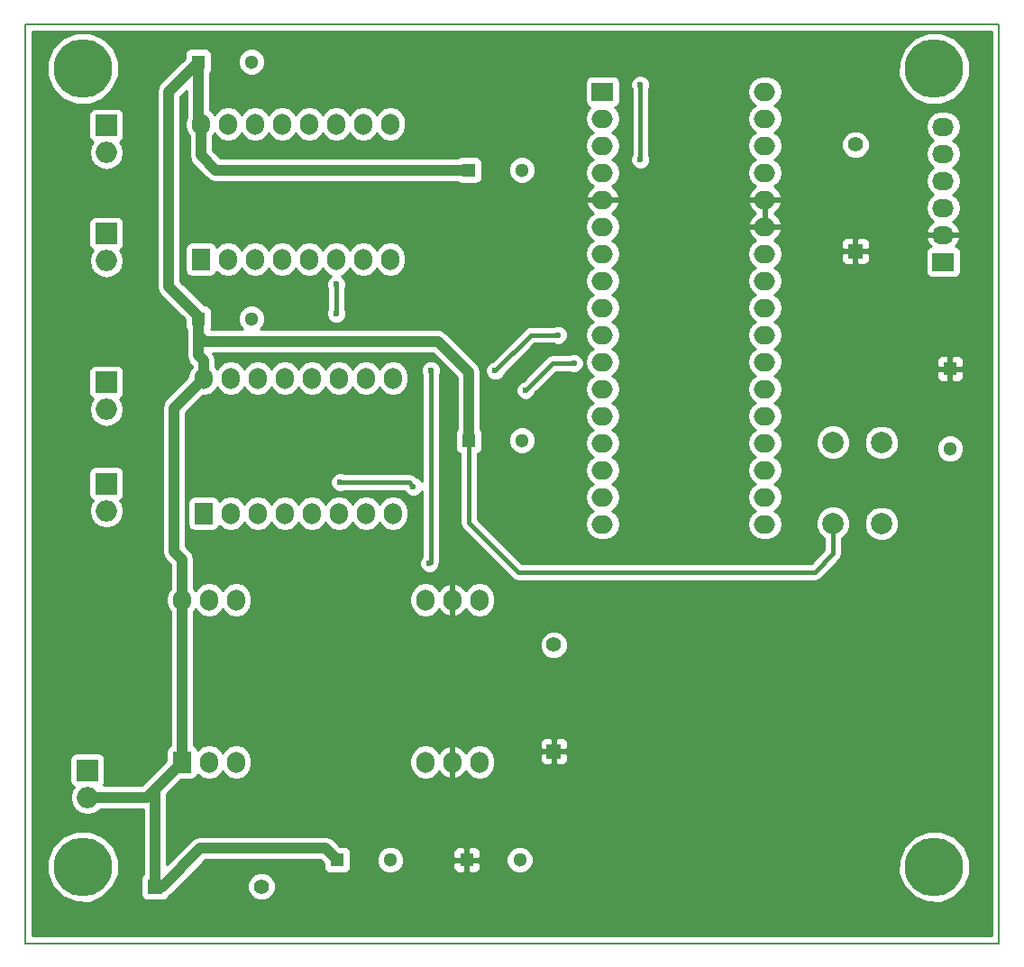
<source format=gbl>
G04 #@! TF.FileFunction,Copper,L2,Bot,Signal*
%FSLAX46Y46*%
G04 Gerber Fmt 4.6, Leading zero omitted, Abs format (unit mm)*
G04 Created by KiCad (PCBNEW 4.0.6-e0-6349~53~ubuntu16.04.1) date Sun Mar 12 20:16:21 2017*
%MOMM*%
%LPD*%
G01*
G04 APERTURE LIST*
%ADD10C,0.100000*%
%ADD11C,0.150000*%
%ADD12R,1.400000X1.400000*%
%ADD13C,1.400000*%
%ADD14R,1.300000X1.300000*%
%ADD15C,1.300000*%
%ADD16O,1.998980X1.998980*%
%ADD17R,1.998980X1.998980*%
%ADD18C,1.998980*%
%ADD19R,1.700000X2.000000*%
%ADD20O,1.700000X2.000000*%
%ADD21R,2.000000X1.700000*%
%ADD22O,2.000000X1.700000*%
%ADD23R,2.032000X1.727200*%
%ADD24O,2.032000X1.727200*%
%ADD25C,5.500000*%
%ADD26C,0.600000*%
%ADD27C,1.000000*%
%ADD28C,0.400000*%
%ADD29C,0.250000*%
%ADD30C,0.254000*%
G04 APERTURE END LIST*
D10*
D11*
X146050000Y-53340000D02*
X54610000Y-53340000D01*
X146050000Y-139700000D02*
X146050000Y-53340000D01*
X54610000Y-139700000D02*
X146050000Y-139700000D01*
X54610000Y-53340000D02*
X54610000Y-139700000D01*
D12*
X66802000Y-134366000D03*
D13*
X76802000Y-134366000D03*
D14*
X96266000Y-67056000D03*
D15*
X101266000Y-67056000D03*
D14*
X96266000Y-92456000D03*
D15*
X101266000Y-92456000D03*
D14*
X70866000Y-56896000D03*
D15*
X75866000Y-56896000D03*
D14*
X70866000Y-81026000D03*
D15*
X75866000Y-81026000D03*
D12*
X104267000Y-121666000D03*
D13*
X104267000Y-111666000D03*
D14*
X83896200Y-131876800D03*
D15*
X88896200Y-131876800D03*
D14*
X96062800Y-131876800D03*
D15*
X101062800Y-131876800D03*
D14*
X141478000Y-85725000D03*
D15*
X141478000Y-93225000D03*
D12*
X132588000Y-74676000D03*
D13*
X132588000Y-64676000D03*
D16*
X60452000Y-125984000D03*
D17*
X60452000Y-123444000D03*
D16*
X62230000Y-65405000D03*
D17*
X62230000Y-62865000D03*
D16*
X62230000Y-75565000D03*
D17*
X62230000Y-73025000D03*
D16*
X62230000Y-89535000D03*
D17*
X62230000Y-86995000D03*
D16*
X62230000Y-99060000D03*
D17*
X62230000Y-96520000D03*
D18*
X130479800Y-100248720D03*
X130479800Y-92628720D03*
X135034020Y-92649040D03*
X135034020Y-100269040D03*
D19*
X71120000Y-75438000D03*
D20*
X73660000Y-75438000D03*
X76200000Y-75438000D03*
X78740000Y-75438000D03*
X81280000Y-75438000D03*
X83820000Y-75438000D03*
X86360000Y-75438000D03*
X88900000Y-75438000D03*
X88900000Y-62738000D03*
X86360000Y-62738000D03*
X83820000Y-62738000D03*
X81280000Y-62738000D03*
X78740000Y-62738000D03*
X76200000Y-62738000D03*
X73660000Y-62738000D03*
X71120000Y-62738000D03*
D19*
X71374000Y-99314000D03*
D20*
X73914000Y-99314000D03*
X76454000Y-99314000D03*
X78994000Y-99314000D03*
X81534000Y-99314000D03*
X84074000Y-99314000D03*
X86614000Y-99314000D03*
X89154000Y-99314000D03*
X89154000Y-86614000D03*
X86614000Y-86614000D03*
X84074000Y-86614000D03*
X81534000Y-86614000D03*
X78994000Y-86614000D03*
X76454000Y-86614000D03*
X73914000Y-86614000D03*
X71374000Y-86614000D03*
X74422000Y-122682000D03*
X71882000Y-122682000D03*
D19*
X69342000Y-122682000D03*
D20*
X69342000Y-107442000D03*
X71882000Y-107442000D03*
X74422000Y-107442000D03*
X92202000Y-107442000D03*
X94742000Y-107442000D03*
X97282000Y-107442000D03*
X92202000Y-122682000D03*
X94742000Y-122682000D03*
X97282000Y-122682000D03*
D21*
X108839000Y-59690000D03*
D22*
X108839000Y-62230000D03*
X108839000Y-64770000D03*
X108839000Y-67310000D03*
X108839000Y-69850000D03*
X108839000Y-72390000D03*
X108839000Y-74930000D03*
X108839000Y-77470000D03*
X108839000Y-80010000D03*
X108839000Y-82550000D03*
X108839000Y-85090000D03*
X108839000Y-87630000D03*
X108839000Y-90170000D03*
X108839000Y-92710000D03*
X108839000Y-95250000D03*
X108839000Y-97790000D03*
X108839000Y-100330000D03*
X124079000Y-100330000D03*
X124079000Y-97790000D03*
X124079000Y-95250000D03*
X124079000Y-92710000D03*
X124079000Y-90170000D03*
X124079000Y-87630000D03*
X124079000Y-85090000D03*
X124079000Y-82550000D03*
X124079000Y-80010000D03*
X124079000Y-77470000D03*
X124079000Y-74930000D03*
X124079000Y-72390000D03*
X124079000Y-69850000D03*
X124079000Y-67310000D03*
X124079000Y-64770000D03*
X124079000Y-62230000D03*
X124079000Y-59690000D03*
D23*
X140843000Y-75692000D03*
D24*
X140843000Y-73152000D03*
X140843000Y-70612000D03*
X140843000Y-68072000D03*
X140843000Y-65532000D03*
X140843000Y-62992000D03*
D25*
X60000000Y-57500000D03*
X140000000Y-57500000D03*
X60000000Y-132500000D03*
X140000000Y-132500000D03*
D26*
X141478000Y-82804000D03*
X83820000Y-80581500D03*
X83820000Y-77787500D03*
X112395000Y-66040000D03*
X112395000Y-59055000D03*
X84201000Y-96393000D03*
X91059000Y-96774000D03*
X104648000Y-82550000D03*
X98755200Y-85902800D03*
X101600000Y-87757000D03*
X106172000Y-85217000D03*
X92583000Y-104013000D03*
X92710000Y-85852000D03*
D27*
X96266000Y-92456000D02*
X96266000Y-86055200D01*
X71475600Y-83159600D02*
X70866000Y-82550000D01*
X93370400Y-83159600D02*
X71475600Y-83159600D01*
X96266000Y-86055200D02*
X93370400Y-83159600D01*
X66802000Y-134366000D02*
X67462400Y-134366000D01*
X67462400Y-134366000D02*
X71069200Y-130759200D01*
X82778600Y-130759200D02*
X83896200Y-131876800D01*
X71069200Y-130759200D02*
X82778600Y-130759200D01*
X66802000Y-134366000D02*
X66802000Y-125222000D01*
D28*
X130479800Y-100248720D02*
X130479800Y-103098600D01*
X130479800Y-103098600D02*
X128752600Y-104825800D01*
X128752600Y-104825800D02*
X100914200Y-104825800D01*
X100914200Y-104825800D02*
X96266000Y-100177600D01*
X96266000Y-100177600D02*
X96266000Y-92456000D01*
D27*
X71120000Y-65659000D02*
X71120000Y-62738000D01*
X72517000Y-67056000D02*
X71120000Y-65659000D01*
X96266000Y-67056000D02*
X72517000Y-67056000D01*
X70866000Y-56896000D02*
X70866000Y-62484000D01*
D29*
X70866000Y-81026000D02*
X70866000Y-80772000D01*
D27*
X70866000Y-80772000D02*
X68072000Y-77978000D01*
X68072000Y-59690000D02*
X70866000Y-56896000D01*
X68072000Y-77978000D02*
X68072000Y-59690000D01*
X70866000Y-84455000D02*
X70866000Y-82550000D01*
X71374000Y-84963000D02*
X70866000Y-84455000D01*
X71374000Y-86614000D02*
X71374000Y-84963000D01*
X70866000Y-82550000D02*
X70866000Y-81026000D01*
X69342000Y-107442000D02*
X69342000Y-103632000D01*
X69342000Y-103632000D02*
X68580000Y-102870000D01*
X68580000Y-102870000D02*
X68580000Y-89408000D01*
X68580000Y-89408000D02*
X71374000Y-86614000D01*
X69342000Y-122682000D02*
X69342000Y-107442000D01*
D29*
X66802000Y-134366000D02*
X67437000Y-134366000D01*
D27*
X60452000Y-125984000D02*
X66040000Y-125984000D01*
X66040000Y-125984000D02*
X66802000Y-125222000D01*
X66802000Y-125222000D02*
X69342000Y-122682000D01*
D29*
X70866000Y-62484000D02*
X71120000Y-62738000D01*
X141478000Y-85725000D02*
X141478000Y-82804000D01*
D28*
X83820000Y-80581500D02*
X83820000Y-77787500D01*
X112395000Y-66040000D02*
X112395000Y-59055000D01*
X90678000Y-96393000D02*
X84201000Y-96393000D01*
X91059000Y-96774000D02*
X90678000Y-96393000D01*
X102108000Y-82550000D02*
X104648000Y-82550000D01*
X98755200Y-85902800D02*
X102108000Y-82550000D01*
X101600000Y-87757000D02*
X104140000Y-85217000D01*
X104140000Y-85217000D02*
X106172000Y-85217000D01*
X92583000Y-104013000D02*
X92710000Y-103886000D01*
X92710000Y-103886000D02*
X92710000Y-85852000D01*
D30*
G36*
X145340000Y-138990000D02*
X55320000Y-138990000D01*
X55320000Y-133170364D01*
X56614414Y-133170364D01*
X57128663Y-134414943D01*
X58080048Y-135367990D01*
X59323728Y-135884411D01*
X60670364Y-135885586D01*
X61914943Y-135371337D01*
X62867990Y-134419952D01*
X63384411Y-133176272D01*
X63385586Y-131829636D01*
X62871337Y-130585057D01*
X61919952Y-129632010D01*
X60676272Y-129115589D01*
X59329636Y-129114414D01*
X58085057Y-129628663D01*
X57132010Y-130580048D01*
X56615589Y-131823728D01*
X56614414Y-133170364D01*
X55320000Y-133170364D01*
X55320000Y-122444510D01*
X58805070Y-122444510D01*
X58805070Y-124443490D01*
X58849348Y-124678807D01*
X58988420Y-124894931D01*
X59154473Y-125008390D01*
X58941928Y-125326486D01*
X58817510Y-125951978D01*
X58817510Y-126016022D01*
X58941928Y-126641514D01*
X59296241Y-127171781D01*
X59826508Y-127526094D01*
X60452000Y-127650512D01*
X61077492Y-127526094D01*
X61607759Y-127171781D01*
X61643026Y-127119000D01*
X65667000Y-127119000D01*
X65667000Y-133191331D01*
X65650559Y-133201910D01*
X65505569Y-133414110D01*
X65454560Y-133666000D01*
X65454560Y-135066000D01*
X65498838Y-135301317D01*
X65637910Y-135517441D01*
X65850110Y-135662431D01*
X66102000Y-135713440D01*
X67502000Y-135713440D01*
X67737317Y-135669162D01*
X67953441Y-135530090D01*
X68098431Y-135317890D01*
X68107342Y-135273887D01*
X68264966Y-135168566D01*
X68803149Y-134630383D01*
X75466769Y-134630383D01*
X75669582Y-135121229D01*
X76044796Y-135497098D01*
X76535287Y-135700768D01*
X77066383Y-135701231D01*
X77557229Y-135498418D01*
X77933098Y-135123204D01*
X78136768Y-134632713D01*
X78137231Y-134101617D01*
X77934418Y-133610771D01*
X77559204Y-133234902D01*
X77068713Y-133031232D01*
X76537617Y-133030769D01*
X76046771Y-133233582D01*
X75670902Y-133608796D01*
X75467232Y-134099287D01*
X75466769Y-134630383D01*
X68803149Y-134630383D01*
X71539333Y-131894200D01*
X82308468Y-131894200D01*
X82598760Y-132184492D01*
X82598760Y-132526800D01*
X82643038Y-132762117D01*
X82782110Y-132978241D01*
X82994310Y-133123231D01*
X83246200Y-133174240D01*
X84546200Y-133174240D01*
X84566799Y-133170364D01*
X136614414Y-133170364D01*
X137128663Y-134414943D01*
X138080048Y-135367990D01*
X139323728Y-135884411D01*
X140670364Y-135885586D01*
X141914943Y-135371337D01*
X142867990Y-134419952D01*
X143384411Y-133176272D01*
X143385586Y-131829636D01*
X142871337Y-130585057D01*
X141919952Y-129632010D01*
X140676272Y-129115589D01*
X139329636Y-129114414D01*
X138085057Y-129628663D01*
X137132010Y-130580048D01*
X136615589Y-131823728D01*
X136614414Y-133170364D01*
X84566799Y-133170364D01*
X84781517Y-133129962D01*
X84997641Y-132990890D01*
X85142631Y-132778690D01*
X85193640Y-132526800D01*
X85193640Y-132131281D01*
X87610977Y-132131281D01*
X87806195Y-132603743D01*
X88167355Y-132965535D01*
X88639476Y-133161577D01*
X89150681Y-133162023D01*
X89623143Y-132966805D01*
X89984935Y-132605645D01*
X90168924Y-132162550D01*
X94777800Y-132162550D01*
X94777800Y-132653110D01*
X94874473Y-132886499D01*
X95053102Y-133065127D01*
X95286491Y-133161800D01*
X95777050Y-133161800D01*
X95935800Y-133003050D01*
X95935800Y-132003800D01*
X96189800Y-132003800D01*
X96189800Y-133003050D01*
X96348550Y-133161800D01*
X96839109Y-133161800D01*
X97072498Y-133065127D01*
X97251127Y-132886499D01*
X97347800Y-132653110D01*
X97347800Y-132162550D01*
X97316531Y-132131281D01*
X99777577Y-132131281D01*
X99972795Y-132603743D01*
X100333955Y-132965535D01*
X100806076Y-133161577D01*
X101317281Y-133162023D01*
X101789743Y-132966805D01*
X102151535Y-132605645D01*
X102347577Y-132133524D01*
X102348023Y-131622319D01*
X102152805Y-131149857D01*
X101791645Y-130788065D01*
X101319524Y-130592023D01*
X100808319Y-130591577D01*
X100335857Y-130786795D01*
X99974065Y-131147955D01*
X99778023Y-131620076D01*
X99777577Y-132131281D01*
X97316531Y-132131281D01*
X97189050Y-132003800D01*
X96189800Y-132003800D01*
X95935800Y-132003800D01*
X94936550Y-132003800D01*
X94777800Y-132162550D01*
X90168924Y-132162550D01*
X90180977Y-132133524D01*
X90181423Y-131622319D01*
X89986205Y-131149857D01*
X89936925Y-131100490D01*
X94777800Y-131100490D01*
X94777800Y-131591050D01*
X94936550Y-131749800D01*
X95935800Y-131749800D01*
X95935800Y-130750550D01*
X96189800Y-130750550D01*
X96189800Y-131749800D01*
X97189050Y-131749800D01*
X97347800Y-131591050D01*
X97347800Y-131100490D01*
X97251127Y-130867101D01*
X97072498Y-130688473D01*
X96839109Y-130591800D01*
X96348550Y-130591800D01*
X96189800Y-130750550D01*
X95935800Y-130750550D01*
X95777050Y-130591800D01*
X95286491Y-130591800D01*
X95053102Y-130688473D01*
X94874473Y-130867101D01*
X94777800Y-131100490D01*
X89936925Y-131100490D01*
X89625045Y-130788065D01*
X89152924Y-130592023D01*
X88641719Y-130591577D01*
X88169257Y-130786795D01*
X87807465Y-131147955D01*
X87611423Y-131620076D01*
X87610977Y-132131281D01*
X85193640Y-132131281D01*
X85193640Y-131226800D01*
X85149362Y-130991483D01*
X85010290Y-130775359D01*
X84798090Y-130630369D01*
X84546200Y-130579360D01*
X84203892Y-130579360D01*
X83581166Y-129956634D01*
X83212946Y-129710597D01*
X82778600Y-129624200D01*
X71069200Y-129624200D01*
X70634854Y-129710597D01*
X70266633Y-129956634D01*
X67937000Y-132286268D01*
X67937000Y-125692132D01*
X69299693Y-124329440D01*
X70192000Y-124329440D01*
X70427317Y-124285162D01*
X70643441Y-124146090D01*
X70788431Y-123933890D01*
X70801629Y-123868714D01*
X70831946Y-123914086D01*
X71313715Y-124235993D01*
X71882000Y-124349032D01*
X72450285Y-124235993D01*
X72932054Y-123914086D01*
X73152000Y-123584913D01*
X73371946Y-123914086D01*
X73853715Y-124235993D01*
X74422000Y-124349032D01*
X74990285Y-124235993D01*
X75472054Y-123914086D01*
X75793961Y-123432317D01*
X75907000Y-122864032D01*
X75907000Y-122499968D01*
X90717000Y-122499968D01*
X90717000Y-122864032D01*
X90830039Y-123432317D01*
X91151946Y-123914086D01*
X91633715Y-124235993D01*
X92202000Y-124349032D01*
X92770285Y-124235993D01*
X93252054Y-123914086D01*
X93466653Y-123592915D01*
X93849955Y-124020664D01*
X94372740Y-124271553D01*
X94385110Y-124273476D01*
X94615000Y-124152155D01*
X94615000Y-122809000D01*
X94595000Y-122809000D01*
X94595000Y-122555000D01*
X94615000Y-122555000D01*
X94615000Y-121211845D01*
X94869000Y-121211845D01*
X94869000Y-122555000D01*
X94889000Y-122555000D01*
X94889000Y-122809000D01*
X94869000Y-122809000D01*
X94869000Y-124152155D01*
X95098890Y-124273476D01*
X95111260Y-124271553D01*
X95634045Y-124020664D01*
X96017347Y-123592915D01*
X96231946Y-123914086D01*
X96713715Y-124235993D01*
X97282000Y-124349032D01*
X97850285Y-124235993D01*
X98332054Y-123914086D01*
X98653961Y-123432317D01*
X98767000Y-122864032D01*
X98767000Y-122499968D01*
X98657953Y-121951750D01*
X102932000Y-121951750D01*
X102932000Y-122492309D01*
X103028673Y-122725698D01*
X103207301Y-122904327D01*
X103440690Y-123001000D01*
X103981250Y-123001000D01*
X104140000Y-122842250D01*
X104140000Y-121793000D01*
X104394000Y-121793000D01*
X104394000Y-122842250D01*
X104552750Y-123001000D01*
X105093310Y-123001000D01*
X105326699Y-122904327D01*
X105505327Y-122725698D01*
X105602000Y-122492309D01*
X105602000Y-121951750D01*
X105443250Y-121793000D01*
X104394000Y-121793000D01*
X104140000Y-121793000D01*
X103090750Y-121793000D01*
X102932000Y-121951750D01*
X98657953Y-121951750D01*
X98653961Y-121931683D01*
X98332054Y-121449914D01*
X97850285Y-121128007D01*
X97282000Y-121014968D01*
X96713715Y-121128007D01*
X96231946Y-121449914D01*
X96017347Y-121771085D01*
X95634045Y-121343336D01*
X95111260Y-121092447D01*
X95098890Y-121090524D01*
X94869000Y-121211845D01*
X94615000Y-121211845D01*
X94385110Y-121090524D01*
X94372740Y-121092447D01*
X93849955Y-121343336D01*
X93466653Y-121771085D01*
X93252054Y-121449914D01*
X92770285Y-121128007D01*
X92202000Y-121014968D01*
X91633715Y-121128007D01*
X91151946Y-121449914D01*
X90830039Y-121931683D01*
X90717000Y-122499968D01*
X75907000Y-122499968D01*
X75793961Y-121931683D01*
X75472054Y-121449914D01*
X74990285Y-121128007D01*
X74422000Y-121014968D01*
X73853715Y-121128007D01*
X73371946Y-121449914D01*
X73152000Y-121779087D01*
X72932054Y-121449914D01*
X72450285Y-121128007D01*
X71882000Y-121014968D01*
X71313715Y-121128007D01*
X70831946Y-121449914D01*
X70803719Y-121492159D01*
X70795162Y-121446683D01*
X70656090Y-121230559D01*
X70477000Y-121108192D01*
X70477000Y-120839691D01*
X102932000Y-120839691D01*
X102932000Y-121380250D01*
X103090750Y-121539000D01*
X104140000Y-121539000D01*
X104140000Y-120489750D01*
X104394000Y-120489750D01*
X104394000Y-121539000D01*
X105443250Y-121539000D01*
X105602000Y-121380250D01*
X105602000Y-120839691D01*
X105505327Y-120606302D01*
X105326699Y-120427673D01*
X105093310Y-120331000D01*
X104552750Y-120331000D01*
X104394000Y-120489750D01*
X104140000Y-120489750D01*
X103981250Y-120331000D01*
X103440690Y-120331000D01*
X103207301Y-120427673D01*
X103028673Y-120606302D01*
X102932000Y-120839691D01*
X70477000Y-120839691D01*
X70477000Y-111930383D01*
X102931769Y-111930383D01*
X103134582Y-112421229D01*
X103509796Y-112797098D01*
X104000287Y-113000768D01*
X104531383Y-113001231D01*
X105022229Y-112798418D01*
X105398098Y-112423204D01*
X105601768Y-111932713D01*
X105602231Y-111401617D01*
X105399418Y-110910771D01*
X105024204Y-110534902D01*
X104533713Y-110331232D01*
X104002617Y-110330769D01*
X103511771Y-110533582D01*
X103135902Y-110908796D01*
X102932232Y-111399287D01*
X102931769Y-111930383D01*
X70477000Y-111930383D01*
X70477000Y-108546955D01*
X70612000Y-108344913D01*
X70831946Y-108674086D01*
X71313715Y-108995993D01*
X71882000Y-109109032D01*
X72450285Y-108995993D01*
X72932054Y-108674086D01*
X73152000Y-108344913D01*
X73371946Y-108674086D01*
X73853715Y-108995993D01*
X74422000Y-109109032D01*
X74990285Y-108995993D01*
X75472054Y-108674086D01*
X75793961Y-108192317D01*
X75907000Y-107624032D01*
X75907000Y-107259968D01*
X90717000Y-107259968D01*
X90717000Y-107624032D01*
X90830039Y-108192317D01*
X91151946Y-108674086D01*
X91633715Y-108995993D01*
X92202000Y-109109032D01*
X92770285Y-108995993D01*
X93252054Y-108674086D01*
X93466653Y-108352915D01*
X93849955Y-108780664D01*
X94372740Y-109031553D01*
X94385110Y-109033476D01*
X94615000Y-108912155D01*
X94615000Y-107569000D01*
X94595000Y-107569000D01*
X94595000Y-107315000D01*
X94615000Y-107315000D01*
X94615000Y-105971845D01*
X94869000Y-105971845D01*
X94869000Y-107315000D01*
X94889000Y-107315000D01*
X94889000Y-107569000D01*
X94869000Y-107569000D01*
X94869000Y-108912155D01*
X95098890Y-109033476D01*
X95111260Y-109031553D01*
X95634045Y-108780664D01*
X96017347Y-108352915D01*
X96231946Y-108674086D01*
X96713715Y-108995993D01*
X97282000Y-109109032D01*
X97850285Y-108995993D01*
X98332054Y-108674086D01*
X98653961Y-108192317D01*
X98767000Y-107624032D01*
X98767000Y-107259968D01*
X98653961Y-106691683D01*
X98332054Y-106209914D01*
X97850285Y-105888007D01*
X97282000Y-105774968D01*
X96713715Y-105888007D01*
X96231946Y-106209914D01*
X96017347Y-106531085D01*
X95634045Y-106103336D01*
X95111260Y-105852447D01*
X95098890Y-105850524D01*
X94869000Y-105971845D01*
X94615000Y-105971845D01*
X94385110Y-105850524D01*
X94372740Y-105852447D01*
X93849955Y-106103336D01*
X93466653Y-106531085D01*
X93252054Y-106209914D01*
X92770285Y-105888007D01*
X92202000Y-105774968D01*
X91633715Y-105888007D01*
X91151946Y-106209914D01*
X90830039Y-106691683D01*
X90717000Y-107259968D01*
X75907000Y-107259968D01*
X75793961Y-106691683D01*
X75472054Y-106209914D01*
X74990285Y-105888007D01*
X74422000Y-105774968D01*
X73853715Y-105888007D01*
X73371946Y-106209914D01*
X73152000Y-106539087D01*
X72932054Y-106209914D01*
X72450285Y-105888007D01*
X71882000Y-105774968D01*
X71313715Y-105888007D01*
X70831946Y-106209914D01*
X70612000Y-106539087D01*
X70477000Y-106337045D01*
X70477000Y-103632000D01*
X70390603Y-103197654D01*
X70144566Y-102829434D01*
X69715000Y-102399868D01*
X69715000Y-98314000D01*
X69876560Y-98314000D01*
X69876560Y-100314000D01*
X69920838Y-100549317D01*
X70059910Y-100765441D01*
X70272110Y-100910431D01*
X70524000Y-100961440D01*
X72224000Y-100961440D01*
X72459317Y-100917162D01*
X72675441Y-100778090D01*
X72820431Y-100565890D01*
X72833629Y-100500714D01*
X72863946Y-100546086D01*
X73345715Y-100867993D01*
X73914000Y-100981032D01*
X74482285Y-100867993D01*
X74964054Y-100546086D01*
X75184000Y-100216913D01*
X75403946Y-100546086D01*
X75885715Y-100867993D01*
X76454000Y-100981032D01*
X77022285Y-100867993D01*
X77504054Y-100546086D01*
X77724000Y-100216913D01*
X77943946Y-100546086D01*
X78425715Y-100867993D01*
X78994000Y-100981032D01*
X79562285Y-100867993D01*
X80044054Y-100546086D01*
X80264000Y-100216913D01*
X80483946Y-100546086D01*
X80965715Y-100867993D01*
X81534000Y-100981032D01*
X82102285Y-100867993D01*
X82584054Y-100546086D01*
X82804000Y-100216913D01*
X83023946Y-100546086D01*
X83505715Y-100867993D01*
X84074000Y-100981032D01*
X84642285Y-100867993D01*
X85124054Y-100546086D01*
X85344000Y-100216913D01*
X85563946Y-100546086D01*
X86045715Y-100867993D01*
X86614000Y-100981032D01*
X87182285Y-100867993D01*
X87664054Y-100546086D01*
X87884000Y-100216913D01*
X88103946Y-100546086D01*
X88585715Y-100867993D01*
X89154000Y-100981032D01*
X89722285Y-100867993D01*
X90204054Y-100546086D01*
X90525961Y-100064317D01*
X90639000Y-99496032D01*
X90639000Y-99131968D01*
X90525961Y-98563683D01*
X90204054Y-98081914D01*
X89722285Y-97760007D01*
X89154000Y-97646968D01*
X88585715Y-97760007D01*
X88103946Y-98081914D01*
X87884000Y-98411087D01*
X87664054Y-98081914D01*
X87182285Y-97760007D01*
X86614000Y-97646968D01*
X86045715Y-97760007D01*
X85563946Y-98081914D01*
X85344000Y-98411087D01*
X85124054Y-98081914D01*
X84642285Y-97760007D01*
X84074000Y-97646968D01*
X83505715Y-97760007D01*
X83023946Y-98081914D01*
X82804000Y-98411087D01*
X82584054Y-98081914D01*
X82102285Y-97760007D01*
X81534000Y-97646968D01*
X80965715Y-97760007D01*
X80483946Y-98081914D01*
X80264000Y-98411087D01*
X80044054Y-98081914D01*
X79562285Y-97760007D01*
X78994000Y-97646968D01*
X78425715Y-97760007D01*
X77943946Y-98081914D01*
X77724000Y-98411087D01*
X77504054Y-98081914D01*
X77022285Y-97760007D01*
X76454000Y-97646968D01*
X75885715Y-97760007D01*
X75403946Y-98081914D01*
X75184000Y-98411087D01*
X74964054Y-98081914D01*
X74482285Y-97760007D01*
X73914000Y-97646968D01*
X73345715Y-97760007D01*
X72863946Y-98081914D01*
X72835719Y-98124159D01*
X72827162Y-98078683D01*
X72688090Y-97862559D01*
X72475890Y-97717569D01*
X72224000Y-97666560D01*
X70524000Y-97666560D01*
X70288683Y-97710838D01*
X70072559Y-97849910D01*
X69927569Y-98062110D01*
X69876560Y-98314000D01*
X69715000Y-98314000D01*
X69715000Y-96578167D01*
X83265838Y-96578167D01*
X83407883Y-96921943D01*
X83670673Y-97185192D01*
X84014201Y-97327838D01*
X84386167Y-97328162D01*
X84628578Y-97228000D01*
X90234917Y-97228000D01*
X90265883Y-97302943D01*
X90528673Y-97566192D01*
X90872201Y-97708838D01*
X91244167Y-97709162D01*
X91587943Y-97567117D01*
X91851192Y-97304327D01*
X91875000Y-97246991D01*
X91875000Y-103398628D01*
X91790808Y-103482673D01*
X91648162Y-103826201D01*
X91647838Y-104198167D01*
X91789883Y-104541943D01*
X92052673Y-104805192D01*
X92396201Y-104947838D01*
X92768167Y-104948162D01*
X93111943Y-104806117D01*
X93375192Y-104543327D01*
X93517838Y-104199799D01*
X93517993Y-104021772D01*
X93545000Y-103886000D01*
X93545000Y-86279234D01*
X93644838Y-86038799D01*
X93645162Y-85666833D01*
X93503117Y-85323057D01*
X93240327Y-85059808D01*
X92896799Y-84917162D01*
X92524833Y-84916838D01*
X92181057Y-85058883D01*
X91917808Y-85321673D01*
X91775162Y-85665201D01*
X91774838Y-86037167D01*
X91875000Y-86279578D01*
X91875000Y-96300438D01*
X91852117Y-96245057D01*
X91589327Y-95981808D01*
X91347090Y-95881222D01*
X91268434Y-95802566D01*
X90997541Y-95621561D01*
X90678000Y-95558000D01*
X84628234Y-95558000D01*
X84387799Y-95458162D01*
X84015833Y-95457838D01*
X83672057Y-95599883D01*
X83408808Y-95862673D01*
X83266162Y-96206201D01*
X83265838Y-96578167D01*
X69715000Y-96578167D01*
X69715000Y-89878132D01*
X71322370Y-88270762D01*
X71374000Y-88281032D01*
X71942285Y-88167993D01*
X72424054Y-87846086D01*
X72644000Y-87516913D01*
X72863946Y-87846086D01*
X73345715Y-88167993D01*
X73914000Y-88281032D01*
X74482285Y-88167993D01*
X74964054Y-87846086D01*
X75184000Y-87516913D01*
X75403946Y-87846086D01*
X75885715Y-88167993D01*
X76454000Y-88281032D01*
X77022285Y-88167993D01*
X77504054Y-87846086D01*
X77724000Y-87516913D01*
X77943946Y-87846086D01*
X78425715Y-88167993D01*
X78994000Y-88281032D01*
X79562285Y-88167993D01*
X80044054Y-87846086D01*
X80264000Y-87516913D01*
X80483946Y-87846086D01*
X80965715Y-88167993D01*
X81534000Y-88281032D01*
X82102285Y-88167993D01*
X82584054Y-87846086D01*
X82804000Y-87516913D01*
X83023946Y-87846086D01*
X83505715Y-88167993D01*
X84074000Y-88281032D01*
X84642285Y-88167993D01*
X85124054Y-87846086D01*
X85344000Y-87516913D01*
X85563946Y-87846086D01*
X86045715Y-88167993D01*
X86614000Y-88281032D01*
X87182285Y-88167993D01*
X87664054Y-87846086D01*
X87884000Y-87516913D01*
X88103946Y-87846086D01*
X88585715Y-88167993D01*
X89154000Y-88281032D01*
X89722285Y-88167993D01*
X90204054Y-87846086D01*
X90525961Y-87364317D01*
X90639000Y-86796032D01*
X90639000Y-86431968D01*
X90525961Y-85863683D01*
X90204054Y-85381914D01*
X89722285Y-85060007D01*
X89154000Y-84946968D01*
X88585715Y-85060007D01*
X88103946Y-85381914D01*
X87884000Y-85711087D01*
X87664054Y-85381914D01*
X87182285Y-85060007D01*
X86614000Y-84946968D01*
X86045715Y-85060007D01*
X85563946Y-85381914D01*
X85344000Y-85711087D01*
X85124054Y-85381914D01*
X84642285Y-85060007D01*
X84074000Y-84946968D01*
X83505715Y-85060007D01*
X83023946Y-85381914D01*
X82804000Y-85711087D01*
X82584054Y-85381914D01*
X82102285Y-85060007D01*
X81534000Y-84946968D01*
X80965715Y-85060007D01*
X80483946Y-85381914D01*
X80264000Y-85711087D01*
X80044054Y-85381914D01*
X79562285Y-85060007D01*
X78994000Y-84946968D01*
X78425715Y-85060007D01*
X77943946Y-85381914D01*
X77724000Y-85711087D01*
X77504054Y-85381914D01*
X77022285Y-85060007D01*
X76454000Y-84946968D01*
X75885715Y-85060007D01*
X75403946Y-85381914D01*
X75184000Y-85711087D01*
X74964054Y-85381914D01*
X74482285Y-85060007D01*
X73914000Y-84946968D01*
X73345715Y-85060007D01*
X72863946Y-85381914D01*
X72644000Y-85711087D01*
X72509000Y-85509045D01*
X72509000Y-84963000D01*
X72422603Y-84528654D01*
X72352597Y-84423883D01*
X72266213Y-84294600D01*
X92900268Y-84294600D01*
X95131000Y-86525332D01*
X95131000Y-91391025D01*
X95019569Y-91554110D01*
X94968560Y-91806000D01*
X94968560Y-93106000D01*
X95012838Y-93341317D01*
X95151910Y-93557441D01*
X95364110Y-93702431D01*
X95431000Y-93715977D01*
X95431000Y-100177600D01*
X95494561Y-100497141D01*
X95647822Y-100726512D01*
X95675566Y-100768034D01*
X100323765Y-105416234D01*
X100459213Y-105506737D01*
X100594659Y-105597239D01*
X100914200Y-105660800D01*
X128752600Y-105660800D01*
X129072141Y-105597239D01*
X129343034Y-105416234D01*
X131070234Y-103689034D01*
X131251240Y-103418140D01*
X131314800Y-103098600D01*
X131314800Y-101672227D01*
X131404455Y-101635182D01*
X131864646Y-101175793D01*
X132106753Y-100592734D01*
X133399246Y-100592734D01*
X133647558Y-101193695D01*
X134106947Y-101653886D01*
X134707473Y-101903246D01*
X135357714Y-101903814D01*
X135958675Y-101655502D01*
X136418866Y-101196113D01*
X136668226Y-100595587D01*
X136668794Y-99945346D01*
X136420482Y-99344385D01*
X135961093Y-98884194D01*
X135360567Y-98634834D01*
X134710326Y-98634266D01*
X134109365Y-98882578D01*
X133649174Y-99341967D01*
X133399814Y-99942493D01*
X133399246Y-100592734D01*
X132106753Y-100592734D01*
X132114006Y-100575267D01*
X132114574Y-99925026D01*
X131866262Y-99324065D01*
X131406873Y-98863874D01*
X130806347Y-98614514D01*
X130156106Y-98613946D01*
X129555145Y-98862258D01*
X129094954Y-99321647D01*
X128845594Y-99922173D01*
X128845026Y-100572414D01*
X129093338Y-101173375D01*
X129552727Y-101633566D01*
X129644800Y-101671798D01*
X129644800Y-102752732D01*
X128406732Y-103990800D01*
X101260069Y-103990800D01*
X97101000Y-99831732D01*
X97101000Y-93718630D01*
X97151317Y-93709162D01*
X97367441Y-93570090D01*
X97512431Y-93357890D01*
X97563440Y-93106000D01*
X97563440Y-92710481D01*
X99980777Y-92710481D01*
X100175995Y-93182943D01*
X100537155Y-93544735D01*
X101009276Y-93740777D01*
X101520481Y-93741223D01*
X101992943Y-93546005D01*
X102354735Y-93184845D01*
X102550777Y-92712724D01*
X102551223Y-92201519D01*
X102356005Y-91729057D01*
X101994845Y-91367265D01*
X101522724Y-91171223D01*
X101011519Y-91170777D01*
X100539057Y-91365995D01*
X100177265Y-91727155D01*
X99981223Y-92199276D01*
X99980777Y-92710481D01*
X97563440Y-92710481D01*
X97563440Y-91806000D01*
X97519162Y-91570683D01*
X97401000Y-91387054D01*
X97401000Y-87942167D01*
X100664838Y-87942167D01*
X100806883Y-88285943D01*
X101069673Y-88549192D01*
X101413201Y-88691838D01*
X101785167Y-88692162D01*
X102128943Y-88550117D01*
X102392192Y-88287327D01*
X102492778Y-88045090D01*
X104485868Y-86052000D01*
X105744766Y-86052000D01*
X105985201Y-86151838D01*
X106357167Y-86152162D01*
X106700943Y-86010117D01*
X106964192Y-85747327D01*
X107106838Y-85403799D01*
X107107162Y-85031833D01*
X106965117Y-84688057D01*
X106702327Y-84424808D01*
X106358799Y-84282162D01*
X105986833Y-84281838D01*
X105744422Y-84382000D01*
X104140000Y-84382000D01*
X103820459Y-84445561D01*
X103591196Y-84598750D01*
X103549566Y-84626566D01*
X101311667Y-86864465D01*
X101071057Y-86963883D01*
X100807808Y-87226673D01*
X100665162Y-87570201D01*
X100664838Y-87942167D01*
X97401000Y-87942167D01*
X97401000Y-86087967D01*
X97820038Y-86087967D01*
X97962083Y-86431743D01*
X98224873Y-86694992D01*
X98568401Y-86837638D01*
X98940367Y-86837962D01*
X99284143Y-86695917D01*
X99547392Y-86433127D01*
X99647978Y-86190890D01*
X102453868Y-83385000D01*
X104220766Y-83385000D01*
X104461201Y-83484838D01*
X104833167Y-83485162D01*
X105176943Y-83343117D01*
X105440192Y-83080327D01*
X105582838Y-82736799D01*
X105583162Y-82364833D01*
X105441117Y-82021057D01*
X105178327Y-81757808D01*
X104834799Y-81615162D01*
X104462833Y-81614838D01*
X104220422Y-81715000D01*
X102108000Y-81715000D01*
X101788459Y-81778561D01*
X101517566Y-81959566D01*
X98466867Y-85010265D01*
X98226257Y-85109683D01*
X97963008Y-85372473D01*
X97820362Y-85716001D01*
X97820038Y-86087967D01*
X97401000Y-86087967D01*
X97401000Y-86055200D01*
X97314603Y-85620854D01*
X97068566Y-85252634D01*
X94172966Y-82357034D01*
X94104405Y-82311223D01*
X93804746Y-82110997D01*
X93370400Y-82024600D01*
X76684508Y-82024600D01*
X76954735Y-81754845D01*
X77150777Y-81282724D01*
X77151223Y-80771519D01*
X76956005Y-80299057D01*
X76594845Y-79937265D01*
X76122724Y-79741223D01*
X75611519Y-79740777D01*
X75139057Y-79935995D01*
X74777265Y-80297155D01*
X74581223Y-80769276D01*
X74580777Y-81280481D01*
X74775995Y-81752943D01*
X75047177Y-82024600D01*
X72046352Y-82024600D01*
X72112431Y-81927890D01*
X72163440Y-81676000D01*
X72163440Y-80376000D01*
X72119162Y-80140683D01*
X71980090Y-79924559D01*
X71767890Y-79779569D01*
X71516000Y-79728560D01*
X71427692Y-79728560D01*
X69207000Y-77507868D01*
X69207000Y-74438000D01*
X69622560Y-74438000D01*
X69622560Y-76438000D01*
X69666838Y-76673317D01*
X69805910Y-76889441D01*
X70018110Y-77034431D01*
X70270000Y-77085440D01*
X71970000Y-77085440D01*
X72205317Y-77041162D01*
X72421441Y-76902090D01*
X72566431Y-76689890D01*
X72579629Y-76624714D01*
X72609946Y-76670086D01*
X73091715Y-76991993D01*
X73660000Y-77105032D01*
X74228285Y-76991993D01*
X74710054Y-76670086D01*
X74930000Y-76340913D01*
X75149946Y-76670086D01*
X75631715Y-76991993D01*
X76200000Y-77105032D01*
X76768285Y-76991993D01*
X77250054Y-76670086D01*
X77470000Y-76340913D01*
X77689946Y-76670086D01*
X78171715Y-76991993D01*
X78740000Y-77105032D01*
X79308285Y-76991993D01*
X79790054Y-76670086D01*
X80010000Y-76340913D01*
X80229946Y-76670086D01*
X80711715Y-76991993D01*
X81280000Y-77105032D01*
X81848285Y-76991993D01*
X82330054Y-76670086D01*
X82550000Y-76340913D01*
X82769946Y-76670086D01*
X83251715Y-76991993D01*
X83286517Y-76998915D01*
X83027808Y-77257173D01*
X82885162Y-77600701D01*
X82884838Y-77972667D01*
X82985000Y-78215078D01*
X82985000Y-80154266D01*
X82885162Y-80394701D01*
X82884838Y-80766667D01*
X83026883Y-81110443D01*
X83289673Y-81373692D01*
X83633201Y-81516338D01*
X84005167Y-81516662D01*
X84348943Y-81374617D01*
X84612192Y-81111827D01*
X84754838Y-80768299D01*
X84755162Y-80396333D01*
X84655000Y-80153922D01*
X84655000Y-78214734D01*
X84754838Y-77974299D01*
X84755162Y-77602333D01*
X84613117Y-77258557D01*
X84353854Y-76998842D01*
X84388285Y-76991993D01*
X84870054Y-76670086D01*
X85090000Y-76340913D01*
X85309946Y-76670086D01*
X85791715Y-76991993D01*
X86360000Y-77105032D01*
X86928285Y-76991993D01*
X87410054Y-76670086D01*
X87630000Y-76340913D01*
X87849946Y-76670086D01*
X88331715Y-76991993D01*
X88900000Y-77105032D01*
X89468285Y-76991993D01*
X89950054Y-76670086D01*
X90271961Y-76188317D01*
X90385000Y-75620032D01*
X90385000Y-75255968D01*
X90271961Y-74687683D01*
X89950054Y-74205914D01*
X89468285Y-73884007D01*
X88900000Y-73770968D01*
X88331715Y-73884007D01*
X87849946Y-74205914D01*
X87630000Y-74535087D01*
X87410054Y-74205914D01*
X86928285Y-73884007D01*
X86360000Y-73770968D01*
X85791715Y-73884007D01*
X85309946Y-74205914D01*
X85090000Y-74535087D01*
X84870054Y-74205914D01*
X84388285Y-73884007D01*
X83820000Y-73770968D01*
X83251715Y-73884007D01*
X82769946Y-74205914D01*
X82550000Y-74535087D01*
X82330054Y-74205914D01*
X81848285Y-73884007D01*
X81280000Y-73770968D01*
X80711715Y-73884007D01*
X80229946Y-74205914D01*
X80010000Y-74535087D01*
X79790054Y-74205914D01*
X79308285Y-73884007D01*
X78740000Y-73770968D01*
X78171715Y-73884007D01*
X77689946Y-74205914D01*
X77470000Y-74535087D01*
X77250054Y-74205914D01*
X76768285Y-73884007D01*
X76200000Y-73770968D01*
X75631715Y-73884007D01*
X75149946Y-74205914D01*
X74930000Y-74535087D01*
X74710054Y-74205914D01*
X74228285Y-73884007D01*
X73660000Y-73770968D01*
X73091715Y-73884007D01*
X72609946Y-74205914D01*
X72581719Y-74248159D01*
X72573162Y-74202683D01*
X72434090Y-73986559D01*
X72221890Y-73841569D01*
X71970000Y-73790560D01*
X70270000Y-73790560D01*
X70034683Y-73834838D01*
X69818559Y-73973910D01*
X69673569Y-74186110D01*
X69622560Y-74438000D01*
X69207000Y-74438000D01*
X69207000Y-72390000D01*
X107171968Y-72390000D01*
X107285007Y-72958285D01*
X107606914Y-73440054D01*
X107936087Y-73660000D01*
X107606914Y-73879946D01*
X107285007Y-74361715D01*
X107171968Y-74930000D01*
X107285007Y-75498285D01*
X107606914Y-75980054D01*
X107936087Y-76200000D01*
X107606914Y-76419946D01*
X107285007Y-76901715D01*
X107171968Y-77470000D01*
X107285007Y-78038285D01*
X107606914Y-78520054D01*
X107936087Y-78740000D01*
X107606914Y-78959946D01*
X107285007Y-79441715D01*
X107171968Y-80010000D01*
X107285007Y-80578285D01*
X107606914Y-81060054D01*
X107936087Y-81280000D01*
X107606914Y-81499946D01*
X107285007Y-81981715D01*
X107171968Y-82550000D01*
X107285007Y-83118285D01*
X107606914Y-83600054D01*
X107936087Y-83820000D01*
X107606914Y-84039946D01*
X107285007Y-84521715D01*
X107171968Y-85090000D01*
X107285007Y-85658285D01*
X107606914Y-86140054D01*
X107936087Y-86360000D01*
X107606914Y-86579946D01*
X107285007Y-87061715D01*
X107171968Y-87630000D01*
X107285007Y-88198285D01*
X107606914Y-88680054D01*
X107936087Y-88900000D01*
X107606914Y-89119946D01*
X107285007Y-89601715D01*
X107171968Y-90170000D01*
X107285007Y-90738285D01*
X107606914Y-91220054D01*
X107936087Y-91440000D01*
X107606914Y-91659946D01*
X107285007Y-92141715D01*
X107171968Y-92710000D01*
X107285007Y-93278285D01*
X107606914Y-93760054D01*
X107936087Y-93980000D01*
X107606914Y-94199946D01*
X107285007Y-94681715D01*
X107171968Y-95250000D01*
X107285007Y-95818285D01*
X107606914Y-96300054D01*
X107936087Y-96520000D01*
X107606914Y-96739946D01*
X107285007Y-97221715D01*
X107171968Y-97790000D01*
X107285007Y-98358285D01*
X107606914Y-98840054D01*
X107936087Y-99060000D01*
X107606914Y-99279946D01*
X107285007Y-99761715D01*
X107171968Y-100330000D01*
X107285007Y-100898285D01*
X107606914Y-101380054D01*
X108088683Y-101701961D01*
X108656968Y-101815000D01*
X109021032Y-101815000D01*
X109589317Y-101701961D01*
X110071086Y-101380054D01*
X110392993Y-100898285D01*
X110506032Y-100330000D01*
X110392993Y-99761715D01*
X110071086Y-99279946D01*
X109741913Y-99060000D01*
X110071086Y-98840054D01*
X110392993Y-98358285D01*
X110506032Y-97790000D01*
X110392993Y-97221715D01*
X110071086Y-96739946D01*
X109741913Y-96520000D01*
X110071086Y-96300054D01*
X110392993Y-95818285D01*
X110506032Y-95250000D01*
X110392993Y-94681715D01*
X110071086Y-94199946D01*
X109741913Y-93980000D01*
X110071086Y-93760054D01*
X110392993Y-93278285D01*
X110506032Y-92710000D01*
X110392993Y-92141715D01*
X110071086Y-91659946D01*
X109741913Y-91440000D01*
X110071086Y-91220054D01*
X110392993Y-90738285D01*
X110506032Y-90170000D01*
X110392993Y-89601715D01*
X110071086Y-89119946D01*
X109741913Y-88900000D01*
X110071086Y-88680054D01*
X110392993Y-88198285D01*
X110506032Y-87630000D01*
X110392993Y-87061715D01*
X110071086Y-86579946D01*
X109741913Y-86360000D01*
X110071086Y-86140054D01*
X110392993Y-85658285D01*
X110506032Y-85090000D01*
X110392993Y-84521715D01*
X110071086Y-84039946D01*
X109741913Y-83820000D01*
X110071086Y-83600054D01*
X110392993Y-83118285D01*
X110506032Y-82550000D01*
X110392993Y-81981715D01*
X110071086Y-81499946D01*
X109741913Y-81280000D01*
X110071086Y-81060054D01*
X110392993Y-80578285D01*
X110506032Y-80010000D01*
X110392993Y-79441715D01*
X110071086Y-78959946D01*
X109741913Y-78740000D01*
X110071086Y-78520054D01*
X110392993Y-78038285D01*
X110506032Y-77470000D01*
X110392993Y-76901715D01*
X110071086Y-76419946D01*
X109741913Y-76200000D01*
X110071086Y-75980054D01*
X110392993Y-75498285D01*
X110506032Y-74930000D01*
X122411968Y-74930000D01*
X122525007Y-75498285D01*
X122846914Y-75980054D01*
X123176087Y-76200000D01*
X122846914Y-76419946D01*
X122525007Y-76901715D01*
X122411968Y-77470000D01*
X122525007Y-78038285D01*
X122846914Y-78520054D01*
X123176087Y-78740000D01*
X122846914Y-78959946D01*
X122525007Y-79441715D01*
X122411968Y-80010000D01*
X122525007Y-80578285D01*
X122846914Y-81060054D01*
X123176087Y-81280000D01*
X122846914Y-81499946D01*
X122525007Y-81981715D01*
X122411968Y-82550000D01*
X122525007Y-83118285D01*
X122846914Y-83600054D01*
X123176087Y-83820000D01*
X122846914Y-84039946D01*
X122525007Y-84521715D01*
X122411968Y-85090000D01*
X122525007Y-85658285D01*
X122846914Y-86140054D01*
X123176087Y-86360000D01*
X122846914Y-86579946D01*
X122525007Y-87061715D01*
X122411968Y-87630000D01*
X122525007Y-88198285D01*
X122846914Y-88680054D01*
X123176087Y-88900000D01*
X122846914Y-89119946D01*
X122525007Y-89601715D01*
X122411968Y-90170000D01*
X122525007Y-90738285D01*
X122846914Y-91220054D01*
X123176087Y-91440000D01*
X122846914Y-91659946D01*
X122525007Y-92141715D01*
X122411968Y-92710000D01*
X122525007Y-93278285D01*
X122846914Y-93760054D01*
X123176087Y-93980000D01*
X122846914Y-94199946D01*
X122525007Y-94681715D01*
X122411968Y-95250000D01*
X122525007Y-95818285D01*
X122846914Y-96300054D01*
X123176087Y-96520000D01*
X122846914Y-96739946D01*
X122525007Y-97221715D01*
X122411968Y-97790000D01*
X122525007Y-98358285D01*
X122846914Y-98840054D01*
X123176087Y-99060000D01*
X122846914Y-99279946D01*
X122525007Y-99761715D01*
X122411968Y-100330000D01*
X122525007Y-100898285D01*
X122846914Y-101380054D01*
X123328683Y-101701961D01*
X123896968Y-101815000D01*
X124261032Y-101815000D01*
X124829317Y-101701961D01*
X125311086Y-101380054D01*
X125632993Y-100898285D01*
X125746032Y-100330000D01*
X125632993Y-99761715D01*
X125311086Y-99279946D01*
X124981913Y-99060000D01*
X125311086Y-98840054D01*
X125632993Y-98358285D01*
X125746032Y-97790000D01*
X125632993Y-97221715D01*
X125311086Y-96739946D01*
X124981913Y-96520000D01*
X125311086Y-96300054D01*
X125632993Y-95818285D01*
X125746032Y-95250000D01*
X125632993Y-94681715D01*
X125311086Y-94199946D01*
X124981913Y-93980000D01*
X125311086Y-93760054D01*
X125632993Y-93278285D01*
X125697812Y-92952414D01*
X128845026Y-92952414D01*
X129093338Y-93553375D01*
X129552727Y-94013566D01*
X130153253Y-94262926D01*
X130803494Y-94263494D01*
X131404455Y-94015182D01*
X131864646Y-93555793D01*
X132106753Y-92972734D01*
X133399246Y-92972734D01*
X133647558Y-93573695D01*
X134106947Y-94033886D01*
X134707473Y-94283246D01*
X135357714Y-94283814D01*
X135958675Y-94035502D01*
X136418866Y-93576113D01*
X136458991Y-93479481D01*
X140192777Y-93479481D01*
X140387995Y-93951943D01*
X140749155Y-94313735D01*
X141221276Y-94509777D01*
X141732481Y-94510223D01*
X142204943Y-94315005D01*
X142566735Y-93953845D01*
X142762777Y-93481724D01*
X142763223Y-92970519D01*
X142568005Y-92498057D01*
X142206845Y-92136265D01*
X141734724Y-91940223D01*
X141223519Y-91939777D01*
X140751057Y-92134995D01*
X140389265Y-92496155D01*
X140193223Y-92968276D01*
X140192777Y-93479481D01*
X136458991Y-93479481D01*
X136668226Y-92975587D01*
X136668794Y-92325346D01*
X136420482Y-91724385D01*
X135961093Y-91264194D01*
X135360567Y-91014834D01*
X134710326Y-91014266D01*
X134109365Y-91262578D01*
X133649174Y-91721967D01*
X133399814Y-92322493D01*
X133399246Y-92972734D01*
X132106753Y-92972734D01*
X132114006Y-92955267D01*
X132114574Y-92305026D01*
X131866262Y-91704065D01*
X131406873Y-91243874D01*
X130806347Y-90994514D01*
X130156106Y-90993946D01*
X129555145Y-91242258D01*
X129094954Y-91701647D01*
X128845594Y-92302173D01*
X128845026Y-92952414D01*
X125697812Y-92952414D01*
X125746032Y-92710000D01*
X125632993Y-92141715D01*
X125311086Y-91659946D01*
X124981913Y-91440000D01*
X125311086Y-91220054D01*
X125632993Y-90738285D01*
X125746032Y-90170000D01*
X125632993Y-89601715D01*
X125311086Y-89119946D01*
X124981913Y-88900000D01*
X125311086Y-88680054D01*
X125632993Y-88198285D01*
X125746032Y-87630000D01*
X125632993Y-87061715D01*
X125311086Y-86579946D01*
X124981913Y-86360000D01*
X125311086Y-86140054D01*
X125397483Y-86010750D01*
X140193000Y-86010750D01*
X140193000Y-86501309D01*
X140289673Y-86734698D01*
X140468301Y-86913327D01*
X140701690Y-87010000D01*
X141192250Y-87010000D01*
X141351000Y-86851250D01*
X141351000Y-85852000D01*
X141605000Y-85852000D01*
X141605000Y-86851250D01*
X141763750Y-87010000D01*
X142254310Y-87010000D01*
X142487699Y-86913327D01*
X142666327Y-86734698D01*
X142763000Y-86501309D01*
X142763000Y-86010750D01*
X142604250Y-85852000D01*
X141605000Y-85852000D01*
X141351000Y-85852000D01*
X140351750Y-85852000D01*
X140193000Y-86010750D01*
X125397483Y-86010750D01*
X125632993Y-85658285D01*
X125746032Y-85090000D01*
X125717924Y-84948691D01*
X140193000Y-84948691D01*
X140193000Y-85439250D01*
X140351750Y-85598000D01*
X141351000Y-85598000D01*
X141351000Y-84598750D01*
X141605000Y-84598750D01*
X141605000Y-85598000D01*
X142604250Y-85598000D01*
X142763000Y-85439250D01*
X142763000Y-84948691D01*
X142666327Y-84715302D01*
X142487699Y-84536673D01*
X142254310Y-84440000D01*
X141763750Y-84440000D01*
X141605000Y-84598750D01*
X141351000Y-84598750D01*
X141192250Y-84440000D01*
X140701690Y-84440000D01*
X140468301Y-84536673D01*
X140289673Y-84715302D01*
X140193000Y-84948691D01*
X125717924Y-84948691D01*
X125632993Y-84521715D01*
X125311086Y-84039946D01*
X124981913Y-83820000D01*
X125311086Y-83600054D01*
X125632993Y-83118285D01*
X125746032Y-82550000D01*
X125632993Y-81981715D01*
X125311086Y-81499946D01*
X124981913Y-81280000D01*
X125311086Y-81060054D01*
X125632993Y-80578285D01*
X125746032Y-80010000D01*
X125632993Y-79441715D01*
X125311086Y-78959946D01*
X124981913Y-78740000D01*
X125311086Y-78520054D01*
X125632993Y-78038285D01*
X125746032Y-77470000D01*
X125632993Y-76901715D01*
X125311086Y-76419946D01*
X124981913Y-76200000D01*
X125311086Y-75980054D01*
X125632993Y-75498285D01*
X125739716Y-74961750D01*
X131253000Y-74961750D01*
X131253000Y-75502309D01*
X131349673Y-75735698D01*
X131528301Y-75914327D01*
X131761690Y-76011000D01*
X132302250Y-76011000D01*
X132461000Y-75852250D01*
X132461000Y-74803000D01*
X132715000Y-74803000D01*
X132715000Y-75852250D01*
X132873750Y-76011000D01*
X133414310Y-76011000D01*
X133647699Y-75914327D01*
X133826327Y-75735698D01*
X133923000Y-75502309D01*
X133923000Y-74961750D01*
X133789650Y-74828400D01*
X139179560Y-74828400D01*
X139179560Y-76555600D01*
X139223838Y-76790917D01*
X139362910Y-77007041D01*
X139575110Y-77152031D01*
X139827000Y-77203040D01*
X141859000Y-77203040D01*
X142094317Y-77158762D01*
X142310441Y-77019690D01*
X142455431Y-76807490D01*
X142506440Y-76555600D01*
X142506440Y-74828400D01*
X142462162Y-74593083D01*
X142323090Y-74376959D01*
X142110890Y-74231969D01*
X142016073Y-74212768D01*
X142193732Y-74054036D01*
X142447709Y-73526791D01*
X142450358Y-73511026D01*
X142329217Y-73279000D01*
X140970000Y-73279000D01*
X140970000Y-73299000D01*
X140716000Y-73299000D01*
X140716000Y-73279000D01*
X139356783Y-73279000D01*
X139235642Y-73511026D01*
X139238291Y-73526791D01*
X139492268Y-74054036D01*
X139667845Y-74210907D01*
X139591683Y-74225238D01*
X139375559Y-74364310D01*
X139230569Y-74576510D01*
X139179560Y-74828400D01*
X133789650Y-74828400D01*
X133764250Y-74803000D01*
X132715000Y-74803000D01*
X132461000Y-74803000D01*
X131411750Y-74803000D01*
X131253000Y-74961750D01*
X125739716Y-74961750D01*
X125746032Y-74930000D01*
X125632993Y-74361715D01*
X125311086Y-73879946D01*
X125265807Y-73849691D01*
X131253000Y-73849691D01*
X131253000Y-74390250D01*
X131411750Y-74549000D01*
X132461000Y-74549000D01*
X132461000Y-73499750D01*
X132715000Y-73499750D01*
X132715000Y-74549000D01*
X133764250Y-74549000D01*
X133923000Y-74390250D01*
X133923000Y-73849691D01*
X133826327Y-73616302D01*
X133647699Y-73437673D01*
X133414310Y-73341000D01*
X132873750Y-73341000D01*
X132715000Y-73499750D01*
X132461000Y-73499750D01*
X132302250Y-73341000D01*
X131761690Y-73341000D01*
X131528301Y-73437673D01*
X131349673Y-73616302D01*
X131253000Y-73849691D01*
X125265807Y-73849691D01*
X124989915Y-73665347D01*
X125417664Y-73282045D01*
X125668553Y-72759260D01*
X125670476Y-72746890D01*
X125549155Y-72517000D01*
X124206000Y-72517000D01*
X124206000Y-72537000D01*
X123952000Y-72537000D01*
X123952000Y-72517000D01*
X122608845Y-72517000D01*
X122487524Y-72746890D01*
X122489447Y-72759260D01*
X122740336Y-73282045D01*
X123168085Y-73665347D01*
X122846914Y-73879946D01*
X122525007Y-74361715D01*
X122411968Y-74930000D01*
X110506032Y-74930000D01*
X110392993Y-74361715D01*
X110071086Y-73879946D01*
X109741913Y-73660000D01*
X110071086Y-73440054D01*
X110392993Y-72958285D01*
X110506032Y-72390000D01*
X110392993Y-71821715D01*
X110071086Y-71339946D01*
X109749915Y-71125347D01*
X110177664Y-70742045D01*
X110428553Y-70219260D01*
X110430476Y-70206890D01*
X122487524Y-70206890D01*
X122489447Y-70219260D01*
X122740336Y-70742045D01*
X123162118Y-71120000D01*
X122740336Y-71497955D01*
X122489447Y-72020740D01*
X122487524Y-72033110D01*
X122608845Y-72263000D01*
X123952000Y-72263000D01*
X123952000Y-69977000D01*
X124206000Y-69977000D01*
X124206000Y-72263000D01*
X125549155Y-72263000D01*
X125670476Y-72033110D01*
X125668553Y-72020740D01*
X125417664Y-71497955D01*
X124995882Y-71120000D01*
X125417664Y-70742045D01*
X125668553Y-70219260D01*
X125670476Y-70206890D01*
X125549155Y-69977000D01*
X124206000Y-69977000D01*
X123952000Y-69977000D01*
X122608845Y-69977000D01*
X122487524Y-70206890D01*
X110430476Y-70206890D01*
X110309155Y-69977000D01*
X108966000Y-69977000D01*
X108966000Y-69997000D01*
X108712000Y-69997000D01*
X108712000Y-69977000D01*
X107368845Y-69977000D01*
X107247524Y-70206890D01*
X107249447Y-70219260D01*
X107500336Y-70742045D01*
X107928085Y-71125347D01*
X107606914Y-71339946D01*
X107285007Y-71821715D01*
X107171968Y-72390000D01*
X69207000Y-72390000D01*
X69207000Y-60160132D01*
X69731000Y-59636132D01*
X69731000Y-62073344D01*
X69635000Y-62555968D01*
X69635000Y-62920032D01*
X69748039Y-63488317D01*
X69985000Y-63842955D01*
X69985000Y-65659000D01*
X70071397Y-66093346D01*
X70228894Y-66329057D01*
X70317434Y-66461566D01*
X71714434Y-67858566D01*
X72082654Y-68104603D01*
X72517000Y-68191000D01*
X95201025Y-68191000D01*
X95364110Y-68302431D01*
X95616000Y-68353440D01*
X96916000Y-68353440D01*
X97151317Y-68309162D01*
X97367441Y-68170090D01*
X97512431Y-67957890D01*
X97563440Y-67706000D01*
X97563440Y-67310481D01*
X99980777Y-67310481D01*
X100175995Y-67782943D01*
X100537155Y-68144735D01*
X101009276Y-68340777D01*
X101520481Y-68341223D01*
X101992943Y-68146005D01*
X102354735Y-67784845D01*
X102550777Y-67312724D01*
X102551223Y-66801519D01*
X102356005Y-66329057D01*
X101994845Y-65967265D01*
X101522724Y-65771223D01*
X101011519Y-65770777D01*
X100539057Y-65965995D01*
X100177265Y-66327155D01*
X99981223Y-66799276D01*
X99980777Y-67310481D01*
X97563440Y-67310481D01*
X97563440Y-66406000D01*
X97519162Y-66170683D01*
X97380090Y-65954559D01*
X97167890Y-65809569D01*
X96916000Y-65758560D01*
X95616000Y-65758560D01*
X95380683Y-65802838D01*
X95197054Y-65921000D01*
X72987132Y-65921000D01*
X72255000Y-65188868D01*
X72255000Y-63842955D01*
X72390000Y-63640913D01*
X72609946Y-63970086D01*
X73091715Y-64291993D01*
X73660000Y-64405032D01*
X74228285Y-64291993D01*
X74710054Y-63970086D01*
X74930000Y-63640913D01*
X75149946Y-63970086D01*
X75631715Y-64291993D01*
X76200000Y-64405032D01*
X76768285Y-64291993D01*
X77250054Y-63970086D01*
X77470000Y-63640913D01*
X77689946Y-63970086D01*
X78171715Y-64291993D01*
X78740000Y-64405032D01*
X79308285Y-64291993D01*
X79790054Y-63970086D01*
X80010000Y-63640913D01*
X80229946Y-63970086D01*
X80711715Y-64291993D01*
X81280000Y-64405032D01*
X81848285Y-64291993D01*
X82330054Y-63970086D01*
X82550000Y-63640913D01*
X82769946Y-63970086D01*
X83251715Y-64291993D01*
X83820000Y-64405032D01*
X84388285Y-64291993D01*
X84870054Y-63970086D01*
X85090000Y-63640913D01*
X85309946Y-63970086D01*
X85791715Y-64291993D01*
X86360000Y-64405032D01*
X86928285Y-64291993D01*
X87410054Y-63970086D01*
X87630000Y-63640913D01*
X87849946Y-63970086D01*
X88331715Y-64291993D01*
X88900000Y-64405032D01*
X89468285Y-64291993D01*
X89950054Y-63970086D01*
X90271961Y-63488317D01*
X90385000Y-62920032D01*
X90385000Y-62555968D01*
X90320161Y-62230000D01*
X107171968Y-62230000D01*
X107285007Y-62798285D01*
X107606914Y-63280054D01*
X107936087Y-63500000D01*
X107606914Y-63719946D01*
X107285007Y-64201715D01*
X107171968Y-64770000D01*
X107285007Y-65338285D01*
X107606914Y-65820054D01*
X107936087Y-66040000D01*
X107606914Y-66259946D01*
X107285007Y-66741715D01*
X107171968Y-67310000D01*
X107285007Y-67878285D01*
X107606914Y-68360054D01*
X107928085Y-68574653D01*
X107500336Y-68957955D01*
X107249447Y-69480740D01*
X107247524Y-69493110D01*
X107368845Y-69723000D01*
X108712000Y-69723000D01*
X108712000Y-69703000D01*
X108966000Y-69703000D01*
X108966000Y-69723000D01*
X110309155Y-69723000D01*
X110430476Y-69493110D01*
X110428553Y-69480740D01*
X110177664Y-68957955D01*
X109749915Y-68574653D01*
X110071086Y-68360054D01*
X110392993Y-67878285D01*
X110506032Y-67310000D01*
X110392993Y-66741715D01*
X110071086Y-66259946D01*
X109741913Y-66040000D01*
X110071086Y-65820054D01*
X110392993Y-65338285D01*
X110506032Y-64770000D01*
X110392993Y-64201715D01*
X110071086Y-63719946D01*
X109741913Y-63500000D01*
X110071086Y-63280054D01*
X110392993Y-62798285D01*
X110506032Y-62230000D01*
X110392993Y-61661715D01*
X110071086Y-61179946D01*
X110028841Y-61151719D01*
X110074317Y-61143162D01*
X110290441Y-61004090D01*
X110435431Y-60791890D01*
X110486440Y-60540000D01*
X110486440Y-59240167D01*
X111459838Y-59240167D01*
X111560000Y-59482578D01*
X111560000Y-65612766D01*
X111460162Y-65853201D01*
X111459838Y-66225167D01*
X111601883Y-66568943D01*
X111864673Y-66832192D01*
X112208201Y-66974838D01*
X112580167Y-66975162D01*
X112923943Y-66833117D01*
X113187192Y-66570327D01*
X113329838Y-66226799D01*
X113330162Y-65854833D01*
X113230000Y-65612422D01*
X113230000Y-59690000D01*
X122411968Y-59690000D01*
X122525007Y-60258285D01*
X122846914Y-60740054D01*
X123176087Y-60960000D01*
X122846914Y-61179946D01*
X122525007Y-61661715D01*
X122411968Y-62230000D01*
X122525007Y-62798285D01*
X122846914Y-63280054D01*
X123176087Y-63500000D01*
X122846914Y-63719946D01*
X122525007Y-64201715D01*
X122411968Y-64770000D01*
X122525007Y-65338285D01*
X122846914Y-65820054D01*
X123176087Y-66040000D01*
X122846914Y-66259946D01*
X122525007Y-66741715D01*
X122411968Y-67310000D01*
X122525007Y-67878285D01*
X122846914Y-68360054D01*
X123168085Y-68574653D01*
X122740336Y-68957955D01*
X122489447Y-69480740D01*
X122487524Y-69493110D01*
X122608845Y-69723000D01*
X123952000Y-69723000D01*
X123952000Y-69703000D01*
X124206000Y-69703000D01*
X124206000Y-69723000D01*
X125549155Y-69723000D01*
X125670476Y-69493110D01*
X125668553Y-69480740D01*
X125417664Y-68957955D01*
X124989915Y-68574653D01*
X125311086Y-68360054D01*
X125632993Y-67878285D01*
X125746032Y-67310000D01*
X125632993Y-66741715D01*
X125311086Y-66259946D01*
X124981913Y-66040000D01*
X125311086Y-65820054D01*
X125632993Y-65338285D01*
X125712140Y-64940383D01*
X131252769Y-64940383D01*
X131455582Y-65431229D01*
X131830796Y-65807098D01*
X132321287Y-66010768D01*
X132852383Y-66011231D01*
X133343229Y-65808418D01*
X133719098Y-65433204D01*
X133922768Y-64942713D01*
X133923231Y-64411617D01*
X133720418Y-63920771D01*
X133345204Y-63544902D01*
X132854713Y-63341232D01*
X132323617Y-63340769D01*
X131832771Y-63543582D01*
X131456902Y-63918796D01*
X131253232Y-64409287D01*
X131252769Y-64940383D01*
X125712140Y-64940383D01*
X125746032Y-64770000D01*
X125632993Y-64201715D01*
X125311086Y-63719946D01*
X124981913Y-63500000D01*
X125311086Y-63280054D01*
X125503557Y-62992000D01*
X139159655Y-62992000D01*
X139273729Y-63565489D01*
X139598585Y-64051670D01*
X139913366Y-64262000D01*
X139598585Y-64472330D01*
X139273729Y-64958511D01*
X139159655Y-65532000D01*
X139273729Y-66105489D01*
X139598585Y-66591670D01*
X139913366Y-66802000D01*
X139598585Y-67012330D01*
X139273729Y-67498511D01*
X139159655Y-68072000D01*
X139273729Y-68645489D01*
X139598585Y-69131670D01*
X139913366Y-69342000D01*
X139598585Y-69552330D01*
X139273729Y-70038511D01*
X139159655Y-70612000D01*
X139273729Y-71185489D01*
X139598585Y-71671670D01*
X139908069Y-71878461D01*
X139492268Y-72249964D01*
X139238291Y-72777209D01*
X139235642Y-72792974D01*
X139356783Y-73025000D01*
X140716000Y-73025000D01*
X140716000Y-73005000D01*
X140970000Y-73005000D01*
X140970000Y-73025000D01*
X142329217Y-73025000D01*
X142450358Y-72792974D01*
X142447709Y-72777209D01*
X142193732Y-72249964D01*
X141777931Y-71878461D01*
X142087415Y-71671670D01*
X142412271Y-71185489D01*
X142526345Y-70612000D01*
X142412271Y-70038511D01*
X142087415Y-69552330D01*
X141772634Y-69342000D01*
X142087415Y-69131670D01*
X142412271Y-68645489D01*
X142526345Y-68072000D01*
X142412271Y-67498511D01*
X142087415Y-67012330D01*
X141772634Y-66802000D01*
X142087415Y-66591670D01*
X142412271Y-66105489D01*
X142526345Y-65532000D01*
X142412271Y-64958511D01*
X142087415Y-64472330D01*
X141772634Y-64262000D01*
X142087415Y-64051670D01*
X142412271Y-63565489D01*
X142526345Y-62992000D01*
X142412271Y-62418511D01*
X142087415Y-61932330D01*
X141601234Y-61607474D01*
X141027745Y-61493400D01*
X140658255Y-61493400D01*
X140084766Y-61607474D01*
X139598585Y-61932330D01*
X139273729Y-62418511D01*
X139159655Y-62992000D01*
X125503557Y-62992000D01*
X125632993Y-62798285D01*
X125746032Y-62230000D01*
X125632993Y-61661715D01*
X125311086Y-61179946D01*
X124981913Y-60960000D01*
X125311086Y-60740054D01*
X125632993Y-60258285D01*
X125746032Y-59690000D01*
X125632993Y-59121715D01*
X125311086Y-58639946D01*
X124829317Y-58318039D01*
X124261032Y-58205000D01*
X123896968Y-58205000D01*
X123328683Y-58318039D01*
X122846914Y-58639946D01*
X122525007Y-59121715D01*
X122411968Y-59690000D01*
X113230000Y-59690000D01*
X113230000Y-59482234D01*
X113329838Y-59241799D01*
X113330162Y-58869833D01*
X113188117Y-58526057D01*
X112925327Y-58262808D01*
X112702699Y-58170364D01*
X136614414Y-58170364D01*
X137128663Y-59414943D01*
X138080048Y-60367990D01*
X139323728Y-60884411D01*
X140670364Y-60885586D01*
X141914943Y-60371337D01*
X142867990Y-59419952D01*
X143384411Y-58176272D01*
X143385586Y-56829636D01*
X142871337Y-55585057D01*
X141919952Y-54632010D01*
X140676272Y-54115589D01*
X139329636Y-54114414D01*
X138085057Y-54628663D01*
X137132010Y-55580048D01*
X136615589Y-56823728D01*
X136614414Y-58170364D01*
X112702699Y-58170364D01*
X112581799Y-58120162D01*
X112209833Y-58119838D01*
X111866057Y-58261883D01*
X111602808Y-58524673D01*
X111460162Y-58868201D01*
X111459838Y-59240167D01*
X110486440Y-59240167D01*
X110486440Y-58840000D01*
X110442162Y-58604683D01*
X110303090Y-58388559D01*
X110090890Y-58243569D01*
X109839000Y-58192560D01*
X107839000Y-58192560D01*
X107603683Y-58236838D01*
X107387559Y-58375910D01*
X107242569Y-58588110D01*
X107191560Y-58840000D01*
X107191560Y-60540000D01*
X107235838Y-60775317D01*
X107374910Y-60991441D01*
X107587110Y-61136431D01*
X107652286Y-61149629D01*
X107606914Y-61179946D01*
X107285007Y-61661715D01*
X107171968Y-62230000D01*
X90320161Y-62230000D01*
X90271961Y-61987683D01*
X89950054Y-61505914D01*
X89468285Y-61184007D01*
X88900000Y-61070968D01*
X88331715Y-61184007D01*
X87849946Y-61505914D01*
X87630000Y-61835087D01*
X87410054Y-61505914D01*
X86928285Y-61184007D01*
X86360000Y-61070968D01*
X85791715Y-61184007D01*
X85309946Y-61505914D01*
X85090000Y-61835087D01*
X84870054Y-61505914D01*
X84388285Y-61184007D01*
X83820000Y-61070968D01*
X83251715Y-61184007D01*
X82769946Y-61505914D01*
X82550000Y-61835087D01*
X82330054Y-61505914D01*
X81848285Y-61184007D01*
X81280000Y-61070968D01*
X80711715Y-61184007D01*
X80229946Y-61505914D01*
X80010000Y-61835087D01*
X79790054Y-61505914D01*
X79308285Y-61184007D01*
X78740000Y-61070968D01*
X78171715Y-61184007D01*
X77689946Y-61505914D01*
X77470000Y-61835087D01*
X77250054Y-61505914D01*
X76768285Y-61184007D01*
X76200000Y-61070968D01*
X75631715Y-61184007D01*
X75149946Y-61505914D01*
X74930000Y-61835087D01*
X74710054Y-61505914D01*
X74228285Y-61184007D01*
X73660000Y-61070968D01*
X73091715Y-61184007D01*
X72609946Y-61505914D01*
X72390000Y-61835087D01*
X72170054Y-61505914D01*
X72001000Y-61392956D01*
X72001000Y-57960975D01*
X72112431Y-57797890D01*
X72163440Y-57546000D01*
X72163440Y-57150481D01*
X74580777Y-57150481D01*
X74775995Y-57622943D01*
X75137155Y-57984735D01*
X75609276Y-58180777D01*
X76120481Y-58181223D01*
X76592943Y-57986005D01*
X76954735Y-57624845D01*
X77150777Y-57152724D01*
X77151223Y-56641519D01*
X76956005Y-56169057D01*
X76594845Y-55807265D01*
X76122724Y-55611223D01*
X75611519Y-55610777D01*
X75139057Y-55805995D01*
X74777265Y-56167155D01*
X74581223Y-56639276D01*
X74580777Y-57150481D01*
X72163440Y-57150481D01*
X72163440Y-56246000D01*
X72119162Y-56010683D01*
X71980090Y-55794559D01*
X71767890Y-55649569D01*
X71516000Y-55598560D01*
X70216000Y-55598560D01*
X69980683Y-55642838D01*
X69764559Y-55781910D01*
X69619569Y-55994110D01*
X69568560Y-56246000D01*
X69568560Y-56588308D01*
X67269434Y-58887434D01*
X67023397Y-59255654D01*
X66937000Y-59690000D01*
X66937000Y-77978000D01*
X67023397Y-78412346D01*
X67230527Y-78722338D01*
X67269434Y-78780566D01*
X69568560Y-81079692D01*
X69568560Y-81676000D01*
X69612838Y-81911317D01*
X69731000Y-82094946D01*
X69731000Y-84455000D01*
X69817397Y-84889346D01*
X69945163Y-85080561D01*
X70063434Y-85257566D01*
X70239000Y-85433132D01*
X70239000Y-85509045D01*
X70002039Y-85863683D01*
X69889000Y-86431968D01*
X69889000Y-86493868D01*
X67777434Y-88605434D01*
X67531397Y-88973654D01*
X67445000Y-89408000D01*
X67445000Y-102870000D01*
X67531397Y-103304346D01*
X67706536Y-103566460D01*
X67777434Y-103672566D01*
X68207000Y-104102132D01*
X68207000Y-106337045D01*
X67970039Y-106691683D01*
X67857000Y-107259968D01*
X67857000Y-107624032D01*
X67970039Y-108192317D01*
X68207000Y-108546955D01*
X68207000Y-121110808D01*
X68040559Y-121217910D01*
X67895569Y-121430110D01*
X67844560Y-121682000D01*
X67844560Y-122574307D01*
X65999434Y-124419434D01*
X65569868Y-124849000D01*
X61942957Y-124849000D01*
X62047921Y-124695380D01*
X62098930Y-124443490D01*
X62098930Y-122444510D01*
X62054652Y-122209193D01*
X61915580Y-121993069D01*
X61703380Y-121848079D01*
X61451490Y-121797070D01*
X59452510Y-121797070D01*
X59217193Y-121841348D01*
X59001069Y-121980420D01*
X58856079Y-122192620D01*
X58805070Y-122444510D01*
X55320000Y-122444510D01*
X55320000Y-95520510D01*
X60583070Y-95520510D01*
X60583070Y-97519490D01*
X60627348Y-97754807D01*
X60766420Y-97970931D01*
X60932473Y-98084390D01*
X60719928Y-98402486D01*
X60595510Y-99027978D01*
X60595510Y-99092022D01*
X60719928Y-99717514D01*
X61074241Y-100247781D01*
X61604508Y-100602094D01*
X62230000Y-100726512D01*
X62855492Y-100602094D01*
X63385759Y-100247781D01*
X63740072Y-99717514D01*
X63864490Y-99092022D01*
X63864490Y-99027978D01*
X63740072Y-98402486D01*
X63526547Y-98082923D01*
X63680931Y-97983580D01*
X63825921Y-97771380D01*
X63876930Y-97519490D01*
X63876930Y-95520510D01*
X63832652Y-95285193D01*
X63693580Y-95069069D01*
X63481380Y-94924079D01*
X63229490Y-94873070D01*
X61230510Y-94873070D01*
X60995193Y-94917348D01*
X60779069Y-95056420D01*
X60634079Y-95268620D01*
X60583070Y-95520510D01*
X55320000Y-95520510D01*
X55320000Y-85995510D01*
X60583070Y-85995510D01*
X60583070Y-87994490D01*
X60627348Y-88229807D01*
X60766420Y-88445931D01*
X60932473Y-88559390D01*
X60719928Y-88877486D01*
X60595510Y-89502978D01*
X60595510Y-89567022D01*
X60719928Y-90192514D01*
X61074241Y-90722781D01*
X61604508Y-91077094D01*
X62230000Y-91201512D01*
X62855492Y-91077094D01*
X63385759Y-90722781D01*
X63740072Y-90192514D01*
X63864490Y-89567022D01*
X63864490Y-89502978D01*
X63740072Y-88877486D01*
X63526547Y-88557923D01*
X63680931Y-88458580D01*
X63825921Y-88246380D01*
X63876930Y-87994490D01*
X63876930Y-85995510D01*
X63832652Y-85760193D01*
X63693580Y-85544069D01*
X63481380Y-85399079D01*
X63229490Y-85348070D01*
X61230510Y-85348070D01*
X60995193Y-85392348D01*
X60779069Y-85531420D01*
X60634079Y-85743620D01*
X60583070Y-85995510D01*
X55320000Y-85995510D01*
X55320000Y-72025510D01*
X60583070Y-72025510D01*
X60583070Y-74024490D01*
X60627348Y-74259807D01*
X60766420Y-74475931D01*
X60932473Y-74589390D01*
X60719928Y-74907486D01*
X60595510Y-75532978D01*
X60595510Y-75597022D01*
X60719928Y-76222514D01*
X61074241Y-76752781D01*
X61604508Y-77107094D01*
X62230000Y-77231512D01*
X62855492Y-77107094D01*
X63385759Y-76752781D01*
X63740072Y-76222514D01*
X63864490Y-75597022D01*
X63864490Y-75532978D01*
X63740072Y-74907486D01*
X63526547Y-74587923D01*
X63680931Y-74488580D01*
X63825921Y-74276380D01*
X63876930Y-74024490D01*
X63876930Y-72025510D01*
X63832652Y-71790193D01*
X63693580Y-71574069D01*
X63481380Y-71429079D01*
X63229490Y-71378070D01*
X61230510Y-71378070D01*
X60995193Y-71422348D01*
X60779069Y-71561420D01*
X60634079Y-71773620D01*
X60583070Y-72025510D01*
X55320000Y-72025510D01*
X55320000Y-61865510D01*
X60583070Y-61865510D01*
X60583070Y-63864490D01*
X60627348Y-64099807D01*
X60766420Y-64315931D01*
X60932473Y-64429390D01*
X60719928Y-64747486D01*
X60595510Y-65372978D01*
X60595510Y-65437022D01*
X60719928Y-66062514D01*
X61074241Y-66592781D01*
X61604508Y-66947094D01*
X62230000Y-67071512D01*
X62855492Y-66947094D01*
X63385759Y-66592781D01*
X63740072Y-66062514D01*
X63864490Y-65437022D01*
X63864490Y-65372978D01*
X63740072Y-64747486D01*
X63526547Y-64427923D01*
X63680931Y-64328580D01*
X63825921Y-64116380D01*
X63876930Y-63864490D01*
X63876930Y-61865510D01*
X63832652Y-61630193D01*
X63693580Y-61414069D01*
X63481380Y-61269079D01*
X63229490Y-61218070D01*
X61230510Y-61218070D01*
X60995193Y-61262348D01*
X60779069Y-61401420D01*
X60634079Y-61613620D01*
X60583070Y-61865510D01*
X55320000Y-61865510D01*
X55320000Y-58170364D01*
X56614414Y-58170364D01*
X57128663Y-59414943D01*
X58080048Y-60367990D01*
X59323728Y-60884411D01*
X60670364Y-60885586D01*
X61914943Y-60371337D01*
X62867990Y-59419952D01*
X63384411Y-58176272D01*
X63385586Y-56829636D01*
X62871337Y-55585057D01*
X61919952Y-54632010D01*
X60676272Y-54115589D01*
X59329636Y-54114414D01*
X58085057Y-54628663D01*
X57132010Y-55580048D01*
X56615589Y-56823728D01*
X56614414Y-58170364D01*
X55320000Y-58170364D01*
X55320000Y-54050000D01*
X145340000Y-54050000D01*
X145340000Y-138990000D01*
X145340000Y-138990000D01*
G37*
X145340000Y-138990000D02*
X55320000Y-138990000D01*
X55320000Y-133170364D01*
X56614414Y-133170364D01*
X57128663Y-134414943D01*
X58080048Y-135367990D01*
X59323728Y-135884411D01*
X60670364Y-135885586D01*
X61914943Y-135371337D01*
X62867990Y-134419952D01*
X63384411Y-133176272D01*
X63385586Y-131829636D01*
X62871337Y-130585057D01*
X61919952Y-129632010D01*
X60676272Y-129115589D01*
X59329636Y-129114414D01*
X58085057Y-129628663D01*
X57132010Y-130580048D01*
X56615589Y-131823728D01*
X56614414Y-133170364D01*
X55320000Y-133170364D01*
X55320000Y-122444510D01*
X58805070Y-122444510D01*
X58805070Y-124443490D01*
X58849348Y-124678807D01*
X58988420Y-124894931D01*
X59154473Y-125008390D01*
X58941928Y-125326486D01*
X58817510Y-125951978D01*
X58817510Y-126016022D01*
X58941928Y-126641514D01*
X59296241Y-127171781D01*
X59826508Y-127526094D01*
X60452000Y-127650512D01*
X61077492Y-127526094D01*
X61607759Y-127171781D01*
X61643026Y-127119000D01*
X65667000Y-127119000D01*
X65667000Y-133191331D01*
X65650559Y-133201910D01*
X65505569Y-133414110D01*
X65454560Y-133666000D01*
X65454560Y-135066000D01*
X65498838Y-135301317D01*
X65637910Y-135517441D01*
X65850110Y-135662431D01*
X66102000Y-135713440D01*
X67502000Y-135713440D01*
X67737317Y-135669162D01*
X67953441Y-135530090D01*
X68098431Y-135317890D01*
X68107342Y-135273887D01*
X68264966Y-135168566D01*
X68803149Y-134630383D01*
X75466769Y-134630383D01*
X75669582Y-135121229D01*
X76044796Y-135497098D01*
X76535287Y-135700768D01*
X77066383Y-135701231D01*
X77557229Y-135498418D01*
X77933098Y-135123204D01*
X78136768Y-134632713D01*
X78137231Y-134101617D01*
X77934418Y-133610771D01*
X77559204Y-133234902D01*
X77068713Y-133031232D01*
X76537617Y-133030769D01*
X76046771Y-133233582D01*
X75670902Y-133608796D01*
X75467232Y-134099287D01*
X75466769Y-134630383D01*
X68803149Y-134630383D01*
X71539333Y-131894200D01*
X82308468Y-131894200D01*
X82598760Y-132184492D01*
X82598760Y-132526800D01*
X82643038Y-132762117D01*
X82782110Y-132978241D01*
X82994310Y-133123231D01*
X83246200Y-133174240D01*
X84546200Y-133174240D01*
X84566799Y-133170364D01*
X136614414Y-133170364D01*
X137128663Y-134414943D01*
X138080048Y-135367990D01*
X139323728Y-135884411D01*
X140670364Y-135885586D01*
X141914943Y-135371337D01*
X142867990Y-134419952D01*
X143384411Y-133176272D01*
X143385586Y-131829636D01*
X142871337Y-130585057D01*
X141919952Y-129632010D01*
X140676272Y-129115589D01*
X139329636Y-129114414D01*
X138085057Y-129628663D01*
X137132010Y-130580048D01*
X136615589Y-131823728D01*
X136614414Y-133170364D01*
X84566799Y-133170364D01*
X84781517Y-133129962D01*
X84997641Y-132990890D01*
X85142631Y-132778690D01*
X85193640Y-132526800D01*
X85193640Y-132131281D01*
X87610977Y-132131281D01*
X87806195Y-132603743D01*
X88167355Y-132965535D01*
X88639476Y-133161577D01*
X89150681Y-133162023D01*
X89623143Y-132966805D01*
X89984935Y-132605645D01*
X90168924Y-132162550D01*
X94777800Y-132162550D01*
X94777800Y-132653110D01*
X94874473Y-132886499D01*
X95053102Y-133065127D01*
X95286491Y-133161800D01*
X95777050Y-133161800D01*
X95935800Y-133003050D01*
X95935800Y-132003800D01*
X96189800Y-132003800D01*
X96189800Y-133003050D01*
X96348550Y-133161800D01*
X96839109Y-133161800D01*
X97072498Y-133065127D01*
X97251127Y-132886499D01*
X97347800Y-132653110D01*
X97347800Y-132162550D01*
X97316531Y-132131281D01*
X99777577Y-132131281D01*
X99972795Y-132603743D01*
X100333955Y-132965535D01*
X100806076Y-133161577D01*
X101317281Y-133162023D01*
X101789743Y-132966805D01*
X102151535Y-132605645D01*
X102347577Y-132133524D01*
X102348023Y-131622319D01*
X102152805Y-131149857D01*
X101791645Y-130788065D01*
X101319524Y-130592023D01*
X100808319Y-130591577D01*
X100335857Y-130786795D01*
X99974065Y-131147955D01*
X99778023Y-131620076D01*
X99777577Y-132131281D01*
X97316531Y-132131281D01*
X97189050Y-132003800D01*
X96189800Y-132003800D01*
X95935800Y-132003800D01*
X94936550Y-132003800D01*
X94777800Y-132162550D01*
X90168924Y-132162550D01*
X90180977Y-132133524D01*
X90181423Y-131622319D01*
X89986205Y-131149857D01*
X89936925Y-131100490D01*
X94777800Y-131100490D01*
X94777800Y-131591050D01*
X94936550Y-131749800D01*
X95935800Y-131749800D01*
X95935800Y-130750550D01*
X96189800Y-130750550D01*
X96189800Y-131749800D01*
X97189050Y-131749800D01*
X97347800Y-131591050D01*
X97347800Y-131100490D01*
X97251127Y-130867101D01*
X97072498Y-130688473D01*
X96839109Y-130591800D01*
X96348550Y-130591800D01*
X96189800Y-130750550D01*
X95935800Y-130750550D01*
X95777050Y-130591800D01*
X95286491Y-130591800D01*
X95053102Y-130688473D01*
X94874473Y-130867101D01*
X94777800Y-131100490D01*
X89936925Y-131100490D01*
X89625045Y-130788065D01*
X89152924Y-130592023D01*
X88641719Y-130591577D01*
X88169257Y-130786795D01*
X87807465Y-131147955D01*
X87611423Y-131620076D01*
X87610977Y-132131281D01*
X85193640Y-132131281D01*
X85193640Y-131226800D01*
X85149362Y-130991483D01*
X85010290Y-130775359D01*
X84798090Y-130630369D01*
X84546200Y-130579360D01*
X84203892Y-130579360D01*
X83581166Y-129956634D01*
X83212946Y-129710597D01*
X82778600Y-129624200D01*
X71069200Y-129624200D01*
X70634854Y-129710597D01*
X70266633Y-129956634D01*
X67937000Y-132286268D01*
X67937000Y-125692132D01*
X69299693Y-124329440D01*
X70192000Y-124329440D01*
X70427317Y-124285162D01*
X70643441Y-124146090D01*
X70788431Y-123933890D01*
X70801629Y-123868714D01*
X70831946Y-123914086D01*
X71313715Y-124235993D01*
X71882000Y-124349032D01*
X72450285Y-124235993D01*
X72932054Y-123914086D01*
X73152000Y-123584913D01*
X73371946Y-123914086D01*
X73853715Y-124235993D01*
X74422000Y-124349032D01*
X74990285Y-124235993D01*
X75472054Y-123914086D01*
X75793961Y-123432317D01*
X75907000Y-122864032D01*
X75907000Y-122499968D01*
X90717000Y-122499968D01*
X90717000Y-122864032D01*
X90830039Y-123432317D01*
X91151946Y-123914086D01*
X91633715Y-124235993D01*
X92202000Y-124349032D01*
X92770285Y-124235993D01*
X93252054Y-123914086D01*
X93466653Y-123592915D01*
X93849955Y-124020664D01*
X94372740Y-124271553D01*
X94385110Y-124273476D01*
X94615000Y-124152155D01*
X94615000Y-122809000D01*
X94595000Y-122809000D01*
X94595000Y-122555000D01*
X94615000Y-122555000D01*
X94615000Y-121211845D01*
X94869000Y-121211845D01*
X94869000Y-122555000D01*
X94889000Y-122555000D01*
X94889000Y-122809000D01*
X94869000Y-122809000D01*
X94869000Y-124152155D01*
X95098890Y-124273476D01*
X95111260Y-124271553D01*
X95634045Y-124020664D01*
X96017347Y-123592915D01*
X96231946Y-123914086D01*
X96713715Y-124235993D01*
X97282000Y-124349032D01*
X97850285Y-124235993D01*
X98332054Y-123914086D01*
X98653961Y-123432317D01*
X98767000Y-122864032D01*
X98767000Y-122499968D01*
X98657953Y-121951750D01*
X102932000Y-121951750D01*
X102932000Y-122492309D01*
X103028673Y-122725698D01*
X103207301Y-122904327D01*
X103440690Y-123001000D01*
X103981250Y-123001000D01*
X104140000Y-122842250D01*
X104140000Y-121793000D01*
X104394000Y-121793000D01*
X104394000Y-122842250D01*
X104552750Y-123001000D01*
X105093310Y-123001000D01*
X105326699Y-122904327D01*
X105505327Y-122725698D01*
X105602000Y-122492309D01*
X105602000Y-121951750D01*
X105443250Y-121793000D01*
X104394000Y-121793000D01*
X104140000Y-121793000D01*
X103090750Y-121793000D01*
X102932000Y-121951750D01*
X98657953Y-121951750D01*
X98653961Y-121931683D01*
X98332054Y-121449914D01*
X97850285Y-121128007D01*
X97282000Y-121014968D01*
X96713715Y-121128007D01*
X96231946Y-121449914D01*
X96017347Y-121771085D01*
X95634045Y-121343336D01*
X95111260Y-121092447D01*
X95098890Y-121090524D01*
X94869000Y-121211845D01*
X94615000Y-121211845D01*
X94385110Y-121090524D01*
X94372740Y-121092447D01*
X93849955Y-121343336D01*
X93466653Y-121771085D01*
X93252054Y-121449914D01*
X92770285Y-121128007D01*
X92202000Y-121014968D01*
X91633715Y-121128007D01*
X91151946Y-121449914D01*
X90830039Y-121931683D01*
X90717000Y-122499968D01*
X75907000Y-122499968D01*
X75793961Y-121931683D01*
X75472054Y-121449914D01*
X74990285Y-121128007D01*
X74422000Y-121014968D01*
X73853715Y-121128007D01*
X73371946Y-121449914D01*
X73152000Y-121779087D01*
X72932054Y-121449914D01*
X72450285Y-121128007D01*
X71882000Y-121014968D01*
X71313715Y-121128007D01*
X70831946Y-121449914D01*
X70803719Y-121492159D01*
X70795162Y-121446683D01*
X70656090Y-121230559D01*
X70477000Y-121108192D01*
X70477000Y-120839691D01*
X102932000Y-120839691D01*
X102932000Y-121380250D01*
X103090750Y-121539000D01*
X104140000Y-121539000D01*
X104140000Y-120489750D01*
X104394000Y-120489750D01*
X104394000Y-121539000D01*
X105443250Y-121539000D01*
X105602000Y-121380250D01*
X105602000Y-120839691D01*
X105505327Y-120606302D01*
X105326699Y-120427673D01*
X105093310Y-120331000D01*
X104552750Y-120331000D01*
X104394000Y-120489750D01*
X104140000Y-120489750D01*
X103981250Y-120331000D01*
X103440690Y-120331000D01*
X103207301Y-120427673D01*
X103028673Y-120606302D01*
X102932000Y-120839691D01*
X70477000Y-120839691D01*
X70477000Y-111930383D01*
X102931769Y-111930383D01*
X103134582Y-112421229D01*
X103509796Y-112797098D01*
X104000287Y-113000768D01*
X104531383Y-113001231D01*
X105022229Y-112798418D01*
X105398098Y-112423204D01*
X105601768Y-111932713D01*
X105602231Y-111401617D01*
X105399418Y-110910771D01*
X105024204Y-110534902D01*
X104533713Y-110331232D01*
X104002617Y-110330769D01*
X103511771Y-110533582D01*
X103135902Y-110908796D01*
X102932232Y-111399287D01*
X102931769Y-111930383D01*
X70477000Y-111930383D01*
X70477000Y-108546955D01*
X70612000Y-108344913D01*
X70831946Y-108674086D01*
X71313715Y-108995993D01*
X71882000Y-109109032D01*
X72450285Y-108995993D01*
X72932054Y-108674086D01*
X73152000Y-108344913D01*
X73371946Y-108674086D01*
X73853715Y-108995993D01*
X74422000Y-109109032D01*
X74990285Y-108995993D01*
X75472054Y-108674086D01*
X75793961Y-108192317D01*
X75907000Y-107624032D01*
X75907000Y-107259968D01*
X90717000Y-107259968D01*
X90717000Y-107624032D01*
X90830039Y-108192317D01*
X91151946Y-108674086D01*
X91633715Y-108995993D01*
X92202000Y-109109032D01*
X92770285Y-108995993D01*
X93252054Y-108674086D01*
X93466653Y-108352915D01*
X93849955Y-108780664D01*
X94372740Y-109031553D01*
X94385110Y-109033476D01*
X94615000Y-108912155D01*
X94615000Y-107569000D01*
X94595000Y-107569000D01*
X94595000Y-107315000D01*
X94615000Y-107315000D01*
X94615000Y-105971845D01*
X94869000Y-105971845D01*
X94869000Y-107315000D01*
X94889000Y-107315000D01*
X94889000Y-107569000D01*
X94869000Y-107569000D01*
X94869000Y-108912155D01*
X95098890Y-109033476D01*
X95111260Y-109031553D01*
X95634045Y-108780664D01*
X96017347Y-108352915D01*
X96231946Y-108674086D01*
X96713715Y-108995993D01*
X97282000Y-109109032D01*
X97850285Y-108995993D01*
X98332054Y-108674086D01*
X98653961Y-108192317D01*
X98767000Y-107624032D01*
X98767000Y-107259968D01*
X98653961Y-106691683D01*
X98332054Y-106209914D01*
X97850285Y-105888007D01*
X97282000Y-105774968D01*
X96713715Y-105888007D01*
X96231946Y-106209914D01*
X96017347Y-106531085D01*
X95634045Y-106103336D01*
X95111260Y-105852447D01*
X95098890Y-105850524D01*
X94869000Y-105971845D01*
X94615000Y-105971845D01*
X94385110Y-105850524D01*
X94372740Y-105852447D01*
X93849955Y-106103336D01*
X93466653Y-106531085D01*
X93252054Y-106209914D01*
X92770285Y-105888007D01*
X92202000Y-105774968D01*
X91633715Y-105888007D01*
X91151946Y-106209914D01*
X90830039Y-106691683D01*
X90717000Y-107259968D01*
X75907000Y-107259968D01*
X75793961Y-106691683D01*
X75472054Y-106209914D01*
X74990285Y-105888007D01*
X74422000Y-105774968D01*
X73853715Y-105888007D01*
X73371946Y-106209914D01*
X73152000Y-106539087D01*
X72932054Y-106209914D01*
X72450285Y-105888007D01*
X71882000Y-105774968D01*
X71313715Y-105888007D01*
X70831946Y-106209914D01*
X70612000Y-106539087D01*
X70477000Y-106337045D01*
X70477000Y-103632000D01*
X70390603Y-103197654D01*
X70144566Y-102829434D01*
X69715000Y-102399868D01*
X69715000Y-98314000D01*
X69876560Y-98314000D01*
X69876560Y-100314000D01*
X69920838Y-100549317D01*
X70059910Y-100765441D01*
X70272110Y-100910431D01*
X70524000Y-100961440D01*
X72224000Y-100961440D01*
X72459317Y-100917162D01*
X72675441Y-100778090D01*
X72820431Y-100565890D01*
X72833629Y-100500714D01*
X72863946Y-100546086D01*
X73345715Y-100867993D01*
X73914000Y-100981032D01*
X74482285Y-100867993D01*
X74964054Y-100546086D01*
X75184000Y-100216913D01*
X75403946Y-100546086D01*
X75885715Y-100867993D01*
X76454000Y-100981032D01*
X77022285Y-100867993D01*
X77504054Y-100546086D01*
X77724000Y-100216913D01*
X77943946Y-100546086D01*
X78425715Y-100867993D01*
X78994000Y-100981032D01*
X79562285Y-100867993D01*
X80044054Y-100546086D01*
X80264000Y-100216913D01*
X80483946Y-100546086D01*
X80965715Y-100867993D01*
X81534000Y-100981032D01*
X82102285Y-100867993D01*
X82584054Y-100546086D01*
X82804000Y-100216913D01*
X83023946Y-100546086D01*
X83505715Y-100867993D01*
X84074000Y-100981032D01*
X84642285Y-100867993D01*
X85124054Y-100546086D01*
X85344000Y-100216913D01*
X85563946Y-100546086D01*
X86045715Y-100867993D01*
X86614000Y-100981032D01*
X87182285Y-100867993D01*
X87664054Y-100546086D01*
X87884000Y-100216913D01*
X88103946Y-100546086D01*
X88585715Y-100867993D01*
X89154000Y-100981032D01*
X89722285Y-100867993D01*
X90204054Y-100546086D01*
X90525961Y-100064317D01*
X90639000Y-99496032D01*
X90639000Y-99131968D01*
X90525961Y-98563683D01*
X90204054Y-98081914D01*
X89722285Y-97760007D01*
X89154000Y-97646968D01*
X88585715Y-97760007D01*
X88103946Y-98081914D01*
X87884000Y-98411087D01*
X87664054Y-98081914D01*
X87182285Y-97760007D01*
X86614000Y-97646968D01*
X86045715Y-97760007D01*
X85563946Y-98081914D01*
X85344000Y-98411087D01*
X85124054Y-98081914D01*
X84642285Y-97760007D01*
X84074000Y-97646968D01*
X83505715Y-97760007D01*
X83023946Y-98081914D01*
X82804000Y-98411087D01*
X82584054Y-98081914D01*
X82102285Y-97760007D01*
X81534000Y-97646968D01*
X80965715Y-97760007D01*
X80483946Y-98081914D01*
X80264000Y-98411087D01*
X80044054Y-98081914D01*
X79562285Y-97760007D01*
X78994000Y-97646968D01*
X78425715Y-97760007D01*
X77943946Y-98081914D01*
X77724000Y-98411087D01*
X77504054Y-98081914D01*
X77022285Y-97760007D01*
X76454000Y-97646968D01*
X75885715Y-97760007D01*
X75403946Y-98081914D01*
X75184000Y-98411087D01*
X74964054Y-98081914D01*
X74482285Y-97760007D01*
X73914000Y-97646968D01*
X73345715Y-97760007D01*
X72863946Y-98081914D01*
X72835719Y-98124159D01*
X72827162Y-98078683D01*
X72688090Y-97862559D01*
X72475890Y-97717569D01*
X72224000Y-97666560D01*
X70524000Y-97666560D01*
X70288683Y-97710838D01*
X70072559Y-97849910D01*
X69927569Y-98062110D01*
X69876560Y-98314000D01*
X69715000Y-98314000D01*
X69715000Y-96578167D01*
X83265838Y-96578167D01*
X83407883Y-96921943D01*
X83670673Y-97185192D01*
X84014201Y-97327838D01*
X84386167Y-97328162D01*
X84628578Y-97228000D01*
X90234917Y-97228000D01*
X90265883Y-97302943D01*
X90528673Y-97566192D01*
X90872201Y-97708838D01*
X91244167Y-97709162D01*
X91587943Y-97567117D01*
X91851192Y-97304327D01*
X91875000Y-97246991D01*
X91875000Y-103398628D01*
X91790808Y-103482673D01*
X91648162Y-103826201D01*
X91647838Y-104198167D01*
X91789883Y-104541943D01*
X92052673Y-104805192D01*
X92396201Y-104947838D01*
X92768167Y-104948162D01*
X93111943Y-104806117D01*
X93375192Y-104543327D01*
X93517838Y-104199799D01*
X93517993Y-104021772D01*
X93545000Y-103886000D01*
X93545000Y-86279234D01*
X93644838Y-86038799D01*
X93645162Y-85666833D01*
X93503117Y-85323057D01*
X93240327Y-85059808D01*
X92896799Y-84917162D01*
X92524833Y-84916838D01*
X92181057Y-85058883D01*
X91917808Y-85321673D01*
X91775162Y-85665201D01*
X91774838Y-86037167D01*
X91875000Y-86279578D01*
X91875000Y-96300438D01*
X91852117Y-96245057D01*
X91589327Y-95981808D01*
X91347090Y-95881222D01*
X91268434Y-95802566D01*
X90997541Y-95621561D01*
X90678000Y-95558000D01*
X84628234Y-95558000D01*
X84387799Y-95458162D01*
X84015833Y-95457838D01*
X83672057Y-95599883D01*
X83408808Y-95862673D01*
X83266162Y-96206201D01*
X83265838Y-96578167D01*
X69715000Y-96578167D01*
X69715000Y-89878132D01*
X71322370Y-88270762D01*
X71374000Y-88281032D01*
X71942285Y-88167993D01*
X72424054Y-87846086D01*
X72644000Y-87516913D01*
X72863946Y-87846086D01*
X73345715Y-88167993D01*
X73914000Y-88281032D01*
X74482285Y-88167993D01*
X74964054Y-87846086D01*
X75184000Y-87516913D01*
X75403946Y-87846086D01*
X75885715Y-88167993D01*
X76454000Y-88281032D01*
X77022285Y-88167993D01*
X77504054Y-87846086D01*
X77724000Y-87516913D01*
X77943946Y-87846086D01*
X78425715Y-88167993D01*
X78994000Y-88281032D01*
X79562285Y-88167993D01*
X80044054Y-87846086D01*
X80264000Y-87516913D01*
X80483946Y-87846086D01*
X80965715Y-88167993D01*
X81534000Y-88281032D01*
X82102285Y-88167993D01*
X82584054Y-87846086D01*
X82804000Y-87516913D01*
X83023946Y-87846086D01*
X83505715Y-88167993D01*
X84074000Y-88281032D01*
X84642285Y-88167993D01*
X85124054Y-87846086D01*
X85344000Y-87516913D01*
X85563946Y-87846086D01*
X86045715Y-88167993D01*
X86614000Y-88281032D01*
X87182285Y-88167993D01*
X87664054Y-87846086D01*
X87884000Y-87516913D01*
X88103946Y-87846086D01*
X88585715Y-88167993D01*
X89154000Y-88281032D01*
X89722285Y-88167993D01*
X90204054Y-87846086D01*
X90525961Y-87364317D01*
X90639000Y-86796032D01*
X90639000Y-86431968D01*
X90525961Y-85863683D01*
X90204054Y-85381914D01*
X89722285Y-85060007D01*
X89154000Y-84946968D01*
X88585715Y-85060007D01*
X88103946Y-85381914D01*
X87884000Y-85711087D01*
X87664054Y-85381914D01*
X87182285Y-85060007D01*
X86614000Y-84946968D01*
X86045715Y-85060007D01*
X85563946Y-85381914D01*
X85344000Y-85711087D01*
X85124054Y-85381914D01*
X84642285Y-85060007D01*
X84074000Y-84946968D01*
X83505715Y-85060007D01*
X83023946Y-85381914D01*
X82804000Y-85711087D01*
X82584054Y-85381914D01*
X82102285Y-85060007D01*
X81534000Y-84946968D01*
X80965715Y-85060007D01*
X80483946Y-85381914D01*
X80264000Y-85711087D01*
X80044054Y-85381914D01*
X79562285Y-85060007D01*
X78994000Y-84946968D01*
X78425715Y-85060007D01*
X77943946Y-85381914D01*
X77724000Y-85711087D01*
X77504054Y-85381914D01*
X77022285Y-85060007D01*
X76454000Y-84946968D01*
X75885715Y-85060007D01*
X75403946Y-85381914D01*
X75184000Y-85711087D01*
X74964054Y-85381914D01*
X74482285Y-85060007D01*
X73914000Y-84946968D01*
X73345715Y-85060007D01*
X72863946Y-85381914D01*
X72644000Y-85711087D01*
X72509000Y-85509045D01*
X72509000Y-84963000D01*
X72422603Y-84528654D01*
X72352597Y-84423883D01*
X72266213Y-84294600D01*
X92900268Y-84294600D01*
X95131000Y-86525332D01*
X95131000Y-91391025D01*
X95019569Y-91554110D01*
X94968560Y-91806000D01*
X94968560Y-93106000D01*
X95012838Y-93341317D01*
X95151910Y-93557441D01*
X95364110Y-93702431D01*
X95431000Y-93715977D01*
X95431000Y-100177600D01*
X95494561Y-100497141D01*
X95647822Y-100726512D01*
X95675566Y-100768034D01*
X100323765Y-105416234D01*
X100459213Y-105506737D01*
X100594659Y-105597239D01*
X100914200Y-105660800D01*
X128752600Y-105660800D01*
X129072141Y-105597239D01*
X129343034Y-105416234D01*
X131070234Y-103689034D01*
X131251240Y-103418140D01*
X131314800Y-103098600D01*
X131314800Y-101672227D01*
X131404455Y-101635182D01*
X131864646Y-101175793D01*
X132106753Y-100592734D01*
X133399246Y-100592734D01*
X133647558Y-101193695D01*
X134106947Y-101653886D01*
X134707473Y-101903246D01*
X135357714Y-101903814D01*
X135958675Y-101655502D01*
X136418866Y-101196113D01*
X136668226Y-100595587D01*
X136668794Y-99945346D01*
X136420482Y-99344385D01*
X135961093Y-98884194D01*
X135360567Y-98634834D01*
X134710326Y-98634266D01*
X134109365Y-98882578D01*
X133649174Y-99341967D01*
X133399814Y-99942493D01*
X133399246Y-100592734D01*
X132106753Y-100592734D01*
X132114006Y-100575267D01*
X132114574Y-99925026D01*
X131866262Y-99324065D01*
X131406873Y-98863874D01*
X130806347Y-98614514D01*
X130156106Y-98613946D01*
X129555145Y-98862258D01*
X129094954Y-99321647D01*
X128845594Y-99922173D01*
X128845026Y-100572414D01*
X129093338Y-101173375D01*
X129552727Y-101633566D01*
X129644800Y-101671798D01*
X129644800Y-102752732D01*
X128406732Y-103990800D01*
X101260069Y-103990800D01*
X97101000Y-99831732D01*
X97101000Y-93718630D01*
X97151317Y-93709162D01*
X97367441Y-93570090D01*
X97512431Y-93357890D01*
X97563440Y-93106000D01*
X97563440Y-92710481D01*
X99980777Y-92710481D01*
X100175995Y-93182943D01*
X100537155Y-93544735D01*
X101009276Y-93740777D01*
X101520481Y-93741223D01*
X101992943Y-93546005D01*
X102354735Y-93184845D01*
X102550777Y-92712724D01*
X102551223Y-92201519D01*
X102356005Y-91729057D01*
X101994845Y-91367265D01*
X101522724Y-91171223D01*
X101011519Y-91170777D01*
X100539057Y-91365995D01*
X100177265Y-91727155D01*
X99981223Y-92199276D01*
X99980777Y-92710481D01*
X97563440Y-92710481D01*
X97563440Y-91806000D01*
X97519162Y-91570683D01*
X97401000Y-91387054D01*
X97401000Y-87942167D01*
X100664838Y-87942167D01*
X100806883Y-88285943D01*
X101069673Y-88549192D01*
X101413201Y-88691838D01*
X101785167Y-88692162D01*
X102128943Y-88550117D01*
X102392192Y-88287327D01*
X102492778Y-88045090D01*
X104485868Y-86052000D01*
X105744766Y-86052000D01*
X105985201Y-86151838D01*
X106357167Y-86152162D01*
X106700943Y-86010117D01*
X106964192Y-85747327D01*
X107106838Y-85403799D01*
X107107162Y-85031833D01*
X106965117Y-84688057D01*
X106702327Y-84424808D01*
X106358799Y-84282162D01*
X105986833Y-84281838D01*
X105744422Y-84382000D01*
X104140000Y-84382000D01*
X103820459Y-84445561D01*
X103591196Y-84598750D01*
X103549566Y-84626566D01*
X101311667Y-86864465D01*
X101071057Y-86963883D01*
X100807808Y-87226673D01*
X100665162Y-87570201D01*
X100664838Y-87942167D01*
X97401000Y-87942167D01*
X97401000Y-86087967D01*
X97820038Y-86087967D01*
X97962083Y-86431743D01*
X98224873Y-86694992D01*
X98568401Y-86837638D01*
X98940367Y-86837962D01*
X99284143Y-86695917D01*
X99547392Y-86433127D01*
X99647978Y-86190890D01*
X102453868Y-83385000D01*
X104220766Y-83385000D01*
X104461201Y-83484838D01*
X104833167Y-83485162D01*
X105176943Y-83343117D01*
X105440192Y-83080327D01*
X105582838Y-82736799D01*
X105583162Y-82364833D01*
X105441117Y-82021057D01*
X105178327Y-81757808D01*
X104834799Y-81615162D01*
X104462833Y-81614838D01*
X104220422Y-81715000D01*
X102108000Y-81715000D01*
X101788459Y-81778561D01*
X101517566Y-81959566D01*
X98466867Y-85010265D01*
X98226257Y-85109683D01*
X97963008Y-85372473D01*
X97820362Y-85716001D01*
X97820038Y-86087967D01*
X97401000Y-86087967D01*
X97401000Y-86055200D01*
X97314603Y-85620854D01*
X97068566Y-85252634D01*
X94172966Y-82357034D01*
X94104405Y-82311223D01*
X93804746Y-82110997D01*
X93370400Y-82024600D01*
X76684508Y-82024600D01*
X76954735Y-81754845D01*
X77150777Y-81282724D01*
X77151223Y-80771519D01*
X76956005Y-80299057D01*
X76594845Y-79937265D01*
X76122724Y-79741223D01*
X75611519Y-79740777D01*
X75139057Y-79935995D01*
X74777265Y-80297155D01*
X74581223Y-80769276D01*
X74580777Y-81280481D01*
X74775995Y-81752943D01*
X75047177Y-82024600D01*
X72046352Y-82024600D01*
X72112431Y-81927890D01*
X72163440Y-81676000D01*
X72163440Y-80376000D01*
X72119162Y-80140683D01*
X71980090Y-79924559D01*
X71767890Y-79779569D01*
X71516000Y-79728560D01*
X71427692Y-79728560D01*
X69207000Y-77507868D01*
X69207000Y-74438000D01*
X69622560Y-74438000D01*
X69622560Y-76438000D01*
X69666838Y-76673317D01*
X69805910Y-76889441D01*
X70018110Y-77034431D01*
X70270000Y-77085440D01*
X71970000Y-77085440D01*
X72205317Y-77041162D01*
X72421441Y-76902090D01*
X72566431Y-76689890D01*
X72579629Y-76624714D01*
X72609946Y-76670086D01*
X73091715Y-76991993D01*
X73660000Y-77105032D01*
X74228285Y-76991993D01*
X74710054Y-76670086D01*
X74930000Y-76340913D01*
X75149946Y-76670086D01*
X75631715Y-76991993D01*
X76200000Y-77105032D01*
X76768285Y-76991993D01*
X77250054Y-76670086D01*
X77470000Y-76340913D01*
X77689946Y-76670086D01*
X78171715Y-76991993D01*
X78740000Y-77105032D01*
X79308285Y-76991993D01*
X79790054Y-76670086D01*
X80010000Y-76340913D01*
X80229946Y-76670086D01*
X80711715Y-76991993D01*
X81280000Y-77105032D01*
X81848285Y-76991993D01*
X82330054Y-76670086D01*
X82550000Y-76340913D01*
X82769946Y-76670086D01*
X83251715Y-76991993D01*
X83286517Y-76998915D01*
X83027808Y-77257173D01*
X82885162Y-77600701D01*
X82884838Y-77972667D01*
X82985000Y-78215078D01*
X82985000Y-80154266D01*
X82885162Y-80394701D01*
X82884838Y-80766667D01*
X83026883Y-81110443D01*
X83289673Y-81373692D01*
X83633201Y-81516338D01*
X84005167Y-81516662D01*
X84348943Y-81374617D01*
X84612192Y-81111827D01*
X84754838Y-80768299D01*
X84755162Y-80396333D01*
X84655000Y-80153922D01*
X84655000Y-78214734D01*
X84754838Y-77974299D01*
X84755162Y-77602333D01*
X84613117Y-77258557D01*
X84353854Y-76998842D01*
X84388285Y-76991993D01*
X84870054Y-76670086D01*
X85090000Y-76340913D01*
X85309946Y-76670086D01*
X85791715Y-76991993D01*
X86360000Y-77105032D01*
X86928285Y-76991993D01*
X87410054Y-76670086D01*
X87630000Y-76340913D01*
X87849946Y-76670086D01*
X88331715Y-76991993D01*
X88900000Y-77105032D01*
X89468285Y-76991993D01*
X89950054Y-76670086D01*
X90271961Y-76188317D01*
X90385000Y-75620032D01*
X90385000Y-75255968D01*
X90271961Y-74687683D01*
X89950054Y-74205914D01*
X89468285Y-73884007D01*
X88900000Y-73770968D01*
X88331715Y-73884007D01*
X87849946Y-74205914D01*
X87630000Y-74535087D01*
X87410054Y-74205914D01*
X86928285Y-73884007D01*
X86360000Y-73770968D01*
X85791715Y-73884007D01*
X85309946Y-74205914D01*
X85090000Y-74535087D01*
X84870054Y-74205914D01*
X84388285Y-73884007D01*
X83820000Y-73770968D01*
X83251715Y-73884007D01*
X82769946Y-74205914D01*
X82550000Y-74535087D01*
X82330054Y-74205914D01*
X81848285Y-73884007D01*
X81280000Y-73770968D01*
X80711715Y-73884007D01*
X80229946Y-74205914D01*
X80010000Y-74535087D01*
X79790054Y-74205914D01*
X79308285Y-73884007D01*
X78740000Y-73770968D01*
X78171715Y-73884007D01*
X77689946Y-74205914D01*
X77470000Y-74535087D01*
X77250054Y-74205914D01*
X76768285Y-73884007D01*
X76200000Y-73770968D01*
X75631715Y-73884007D01*
X75149946Y-74205914D01*
X74930000Y-74535087D01*
X74710054Y-74205914D01*
X74228285Y-73884007D01*
X73660000Y-73770968D01*
X73091715Y-73884007D01*
X72609946Y-74205914D01*
X72581719Y-74248159D01*
X72573162Y-74202683D01*
X72434090Y-73986559D01*
X72221890Y-73841569D01*
X71970000Y-73790560D01*
X70270000Y-73790560D01*
X70034683Y-73834838D01*
X69818559Y-73973910D01*
X69673569Y-74186110D01*
X69622560Y-74438000D01*
X69207000Y-74438000D01*
X69207000Y-72390000D01*
X107171968Y-72390000D01*
X107285007Y-72958285D01*
X107606914Y-73440054D01*
X107936087Y-73660000D01*
X107606914Y-73879946D01*
X107285007Y-74361715D01*
X107171968Y-74930000D01*
X107285007Y-75498285D01*
X107606914Y-75980054D01*
X107936087Y-76200000D01*
X107606914Y-76419946D01*
X107285007Y-76901715D01*
X107171968Y-77470000D01*
X107285007Y-78038285D01*
X107606914Y-78520054D01*
X107936087Y-78740000D01*
X107606914Y-78959946D01*
X107285007Y-79441715D01*
X107171968Y-80010000D01*
X107285007Y-80578285D01*
X107606914Y-81060054D01*
X107936087Y-81280000D01*
X107606914Y-81499946D01*
X107285007Y-81981715D01*
X107171968Y-82550000D01*
X107285007Y-83118285D01*
X107606914Y-83600054D01*
X107936087Y-83820000D01*
X107606914Y-84039946D01*
X107285007Y-84521715D01*
X107171968Y-85090000D01*
X107285007Y-85658285D01*
X107606914Y-86140054D01*
X107936087Y-86360000D01*
X107606914Y-86579946D01*
X107285007Y-87061715D01*
X107171968Y-87630000D01*
X107285007Y-88198285D01*
X107606914Y-88680054D01*
X107936087Y-88900000D01*
X107606914Y-89119946D01*
X107285007Y-89601715D01*
X107171968Y-90170000D01*
X107285007Y-90738285D01*
X107606914Y-91220054D01*
X107936087Y-91440000D01*
X107606914Y-91659946D01*
X107285007Y-92141715D01*
X107171968Y-92710000D01*
X107285007Y-93278285D01*
X107606914Y-93760054D01*
X107936087Y-93980000D01*
X107606914Y-94199946D01*
X107285007Y-94681715D01*
X107171968Y-95250000D01*
X107285007Y-95818285D01*
X107606914Y-96300054D01*
X107936087Y-96520000D01*
X107606914Y-96739946D01*
X107285007Y-97221715D01*
X107171968Y-97790000D01*
X107285007Y-98358285D01*
X107606914Y-98840054D01*
X107936087Y-99060000D01*
X107606914Y-99279946D01*
X107285007Y-99761715D01*
X107171968Y-100330000D01*
X107285007Y-100898285D01*
X107606914Y-101380054D01*
X108088683Y-101701961D01*
X108656968Y-101815000D01*
X109021032Y-101815000D01*
X109589317Y-101701961D01*
X110071086Y-101380054D01*
X110392993Y-100898285D01*
X110506032Y-100330000D01*
X110392993Y-99761715D01*
X110071086Y-99279946D01*
X109741913Y-99060000D01*
X110071086Y-98840054D01*
X110392993Y-98358285D01*
X110506032Y-97790000D01*
X110392993Y-97221715D01*
X110071086Y-96739946D01*
X109741913Y-96520000D01*
X110071086Y-96300054D01*
X110392993Y-95818285D01*
X110506032Y-95250000D01*
X110392993Y-94681715D01*
X110071086Y-94199946D01*
X109741913Y-93980000D01*
X110071086Y-93760054D01*
X110392993Y-93278285D01*
X110506032Y-92710000D01*
X110392993Y-92141715D01*
X110071086Y-91659946D01*
X109741913Y-91440000D01*
X110071086Y-91220054D01*
X110392993Y-90738285D01*
X110506032Y-90170000D01*
X110392993Y-89601715D01*
X110071086Y-89119946D01*
X109741913Y-88900000D01*
X110071086Y-88680054D01*
X110392993Y-88198285D01*
X110506032Y-87630000D01*
X110392993Y-87061715D01*
X110071086Y-86579946D01*
X109741913Y-86360000D01*
X110071086Y-86140054D01*
X110392993Y-85658285D01*
X110506032Y-85090000D01*
X110392993Y-84521715D01*
X110071086Y-84039946D01*
X109741913Y-83820000D01*
X110071086Y-83600054D01*
X110392993Y-83118285D01*
X110506032Y-82550000D01*
X110392993Y-81981715D01*
X110071086Y-81499946D01*
X109741913Y-81280000D01*
X110071086Y-81060054D01*
X110392993Y-80578285D01*
X110506032Y-80010000D01*
X110392993Y-79441715D01*
X110071086Y-78959946D01*
X109741913Y-78740000D01*
X110071086Y-78520054D01*
X110392993Y-78038285D01*
X110506032Y-77470000D01*
X110392993Y-76901715D01*
X110071086Y-76419946D01*
X109741913Y-76200000D01*
X110071086Y-75980054D01*
X110392993Y-75498285D01*
X110506032Y-74930000D01*
X122411968Y-74930000D01*
X122525007Y-75498285D01*
X122846914Y-75980054D01*
X123176087Y-76200000D01*
X122846914Y-76419946D01*
X122525007Y-76901715D01*
X122411968Y-77470000D01*
X122525007Y-78038285D01*
X122846914Y-78520054D01*
X123176087Y-78740000D01*
X122846914Y-78959946D01*
X122525007Y-79441715D01*
X122411968Y-80010000D01*
X122525007Y-80578285D01*
X122846914Y-81060054D01*
X123176087Y-81280000D01*
X122846914Y-81499946D01*
X122525007Y-81981715D01*
X122411968Y-82550000D01*
X122525007Y-83118285D01*
X122846914Y-83600054D01*
X123176087Y-83820000D01*
X122846914Y-84039946D01*
X122525007Y-84521715D01*
X122411968Y-85090000D01*
X122525007Y-85658285D01*
X122846914Y-86140054D01*
X123176087Y-86360000D01*
X122846914Y-86579946D01*
X122525007Y-87061715D01*
X122411968Y-87630000D01*
X122525007Y-88198285D01*
X122846914Y-88680054D01*
X123176087Y-88900000D01*
X122846914Y-89119946D01*
X122525007Y-89601715D01*
X122411968Y-90170000D01*
X122525007Y-90738285D01*
X122846914Y-91220054D01*
X123176087Y-91440000D01*
X122846914Y-91659946D01*
X122525007Y-92141715D01*
X122411968Y-92710000D01*
X122525007Y-93278285D01*
X122846914Y-93760054D01*
X123176087Y-93980000D01*
X122846914Y-94199946D01*
X122525007Y-94681715D01*
X122411968Y-95250000D01*
X122525007Y-95818285D01*
X122846914Y-96300054D01*
X123176087Y-96520000D01*
X122846914Y-96739946D01*
X122525007Y-97221715D01*
X122411968Y-97790000D01*
X122525007Y-98358285D01*
X122846914Y-98840054D01*
X123176087Y-99060000D01*
X122846914Y-99279946D01*
X122525007Y-99761715D01*
X122411968Y-100330000D01*
X122525007Y-100898285D01*
X122846914Y-101380054D01*
X123328683Y-101701961D01*
X123896968Y-101815000D01*
X124261032Y-101815000D01*
X124829317Y-101701961D01*
X125311086Y-101380054D01*
X125632993Y-100898285D01*
X125746032Y-100330000D01*
X125632993Y-99761715D01*
X125311086Y-99279946D01*
X124981913Y-99060000D01*
X125311086Y-98840054D01*
X125632993Y-98358285D01*
X125746032Y-97790000D01*
X125632993Y-97221715D01*
X125311086Y-96739946D01*
X124981913Y-96520000D01*
X125311086Y-96300054D01*
X125632993Y-95818285D01*
X125746032Y-95250000D01*
X125632993Y-94681715D01*
X125311086Y-94199946D01*
X124981913Y-93980000D01*
X125311086Y-93760054D01*
X125632993Y-93278285D01*
X125697812Y-92952414D01*
X128845026Y-92952414D01*
X129093338Y-93553375D01*
X129552727Y-94013566D01*
X130153253Y-94262926D01*
X130803494Y-94263494D01*
X131404455Y-94015182D01*
X131864646Y-93555793D01*
X132106753Y-92972734D01*
X133399246Y-92972734D01*
X133647558Y-93573695D01*
X134106947Y-94033886D01*
X134707473Y-94283246D01*
X135357714Y-94283814D01*
X135958675Y-94035502D01*
X136418866Y-93576113D01*
X136458991Y-93479481D01*
X140192777Y-93479481D01*
X140387995Y-93951943D01*
X140749155Y-94313735D01*
X141221276Y-94509777D01*
X141732481Y-94510223D01*
X142204943Y-94315005D01*
X142566735Y-93953845D01*
X142762777Y-93481724D01*
X142763223Y-92970519D01*
X142568005Y-92498057D01*
X142206845Y-92136265D01*
X141734724Y-91940223D01*
X141223519Y-91939777D01*
X140751057Y-92134995D01*
X140389265Y-92496155D01*
X140193223Y-92968276D01*
X140192777Y-93479481D01*
X136458991Y-93479481D01*
X136668226Y-92975587D01*
X136668794Y-92325346D01*
X136420482Y-91724385D01*
X135961093Y-91264194D01*
X135360567Y-91014834D01*
X134710326Y-91014266D01*
X134109365Y-91262578D01*
X133649174Y-91721967D01*
X133399814Y-92322493D01*
X133399246Y-92972734D01*
X132106753Y-92972734D01*
X132114006Y-92955267D01*
X132114574Y-92305026D01*
X131866262Y-91704065D01*
X131406873Y-91243874D01*
X130806347Y-90994514D01*
X130156106Y-90993946D01*
X129555145Y-91242258D01*
X129094954Y-91701647D01*
X128845594Y-92302173D01*
X128845026Y-92952414D01*
X125697812Y-92952414D01*
X125746032Y-92710000D01*
X125632993Y-92141715D01*
X125311086Y-91659946D01*
X124981913Y-91440000D01*
X125311086Y-91220054D01*
X125632993Y-90738285D01*
X125746032Y-90170000D01*
X125632993Y-89601715D01*
X125311086Y-89119946D01*
X124981913Y-88900000D01*
X125311086Y-88680054D01*
X125632993Y-88198285D01*
X125746032Y-87630000D01*
X125632993Y-87061715D01*
X125311086Y-86579946D01*
X124981913Y-86360000D01*
X125311086Y-86140054D01*
X125397483Y-86010750D01*
X140193000Y-86010750D01*
X140193000Y-86501309D01*
X140289673Y-86734698D01*
X140468301Y-86913327D01*
X140701690Y-87010000D01*
X141192250Y-87010000D01*
X141351000Y-86851250D01*
X141351000Y-85852000D01*
X141605000Y-85852000D01*
X141605000Y-86851250D01*
X141763750Y-87010000D01*
X142254310Y-87010000D01*
X142487699Y-86913327D01*
X142666327Y-86734698D01*
X142763000Y-86501309D01*
X142763000Y-86010750D01*
X142604250Y-85852000D01*
X141605000Y-85852000D01*
X141351000Y-85852000D01*
X140351750Y-85852000D01*
X140193000Y-86010750D01*
X125397483Y-86010750D01*
X125632993Y-85658285D01*
X125746032Y-85090000D01*
X125717924Y-84948691D01*
X140193000Y-84948691D01*
X140193000Y-85439250D01*
X140351750Y-85598000D01*
X141351000Y-85598000D01*
X141351000Y-84598750D01*
X141605000Y-84598750D01*
X141605000Y-85598000D01*
X142604250Y-85598000D01*
X142763000Y-85439250D01*
X142763000Y-84948691D01*
X142666327Y-84715302D01*
X142487699Y-84536673D01*
X142254310Y-84440000D01*
X141763750Y-84440000D01*
X141605000Y-84598750D01*
X141351000Y-84598750D01*
X141192250Y-84440000D01*
X140701690Y-84440000D01*
X140468301Y-84536673D01*
X140289673Y-84715302D01*
X140193000Y-84948691D01*
X125717924Y-84948691D01*
X125632993Y-84521715D01*
X125311086Y-84039946D01*
X124981913Y-83820000D01*
X125311086Y-83600054D01*
X125632993Y-83118285D01*
X125746032Y-82550000D01*
X125632993Y-81981715D01*
X125311086Y-81499946D01*
X124981913Y-81280000D01*
X125311086Y-81060054D01*
X125632993Y-80578285D01*
X125746032Y-80010000D01*
X125632993Y-79441715D01*
X125311086Y-78959946D01*
X124981913Y-78740000D01*
X125311086Y-78520054D01*
X125632993Y-78038285D01*
X125746032Y-77470000D01*
X125632993Y-76901715D01*
X125311086Y-76419946D01*
X124981913Y-76200000D01*
X125311086Y-75980054D01*
X125632993Y-75498285D01*
X125739716Y-74961750D01*
X131253000Y-74961750D01*
X131253000Y-75502309D01*
X131349673Y-75735698D01*
X131528301Y-75914327D01*
X131761690Y-76011000D01*
X132302250Y-76011000D01*
X132461000Y-75852250D01*
X132461000Y-74803000D01*
X132715000Y-74803000D01*
X132715000Y-75852250D01*
X132873750Y-76011000D01*
X133414310Y-76011000D01*
X133647699Y-75914327D01*
X133826327Y-75735698D01*
X133923000Y-75502309D01*
X133923000Y-74961750D01*
X133789650Y-74828400D01*
X139179560Y-74828400D01*
X139179560Y-76555600D01*
X139223838Y-76790917D01*
X139362910Y-77007041D01*
X139575110Y-77152031D01*
X139827000Y-77203040D01*
X141859000Y-77203040D01*
X142094317Y-77158762D01*
X142310441Y-77019690D01*
X142455431Y-76807490D01*
X142506440Y-76555600D01*
X142506440Y-74828400D01*
X142462162Y-74593083D01*
X142323090Y-74376959D01*
X142110890Y-74231969D01*
X142016073Y-74212768D01*
X142193732Y-74054036D01*
X142447709Y-73526791D01*
X142450358Y-73511026D01*
X142329217Y-73279000D01*
X140970000Y-73279000D01*
X140970000Y-73299000D01*
X140716000Y-73299000D01*
X140716000Y-73279000D01*
X139356783Y-73279000D01*
X139235642Y-73511026D01*
X139238291Y-73526791D01*
X139492268Y-74054036D01*
X139667845Y-74210907D01*
X139591683Y-74225238D01*
X139375559Y-74364310D01*
X139230569Y-74576510D01*
X139179560Y-74828400D01*
X133789650Y-74828400D01*
X133764250Y-74803000D01*
X132715000Y-74803000D01*
X132461000Y-74803000D01*
X131411750Y-74803000D01*
X131253000Y-74961750D01*
X125739716Y-74961750D01*
X125746032Y-74930000D01*
X125632993Y-74361715D01*
X125311086Y-73879946D01*
X125265807Y-73849691D01*
X131253000Y-73849691D01*
X131253000Y-74390250D01*
X131411750Y-74549000D01*
X132461000Y-74549000D01*
X132461000Y-73499750D01*
X132715000Y-73499750D01*
X132715000Y-74549000D01*
X133764250Y-74549000D01*
X133923000Y-74390250D01*
X133923000Y-73849691D01*
X133826327Y-73616302D01*
X133647699Y-73437673D01*
X133414310Y-73341000D01*
X132873750Y-73341000D01*
X132715000Y-73499750D01*
X132461000Y-73499750D01*
X132302250Y-73341000D01*
X131761690Y-73341000D01*
X131528301Y-73437673D01*
X131349673Y-73616302D01*
X131253000Y-73849691D01*
X125265807Y-73849691D01*
X124989915Y-73665347D01*
X125417664Y-73282045D01*
X125668553Y-72759260D01*
X125670476Y-72746890D01*
X125549155Y-72517000D01*
X124206000Y-72517000D01*
X124206000Y-72537000D01*
X123952000Y-72537000D01*
X123952000Y-72517000D01*
X122608845Y-72517000D01*
X122487524Y-72746890D01*
X122489447Y-72759260D01*
X122740336Y-73282045D01*
X123168085Y-73665347D01*
X122846914Y-73879946D01*
X122525007Y-74361715D01*
X122411968Y-74930000D01*
X110506032Y-74930000D01*
X110392993Y-74361715D01*
X110071086Y-73879946D01*
X109741913Y-73660000D01*
X110071086Y-73440054D01*
X110392993Y-72958285D01*
X110506032Y-72390000D01*
X110392993Y-71821715D01*
X110071086Y-71339946D01*
X109749915Y-71125347D01*
X110177664Y-70742045D01*
X110428553Y-70219260D01*
X110430476Y-70206890D01*
X122487524Y-70206890D01*
X122489447Y-70219260D01*
X122740336Y-70742045D01*
X123162118Y-71120000D01*
X122740336Y-71497955D01*
X122489447Y-72020740D01*
X122487524Y-72033110D01*
X122608845Y-72263000D01*
X123952000Y-72263000D01*
X123952000Y-69977000D01*
X124206000Y-69977000D01*
X124206000Y-72263000D01*
X125549155Y-72263000D01*
X125670476Y-72033110D01*
X125668553Y-72020740D01*
X125417664Y-71497955D01*
X124995882Y-71120000D01*
X125417664Y-70742045D01*
X125668553Y-70219260D01*
X125670476Y-70206890D01*
X125549155Y-69977000D01*
X124206000Y-69977000D01*
X123952000Y-69977000D01*
X122608845Y-69977000D01*
X122487524Y-70206890D01*
X110430476Y-70206890D01*
X110309155Y-69977000D01*
X108966000Y-69977000D01*
X108966000Y-69997000D01*
X108712000Y-69997000D01*
X108712000Y-69977000D01*
X107368845Y-69977000D01*
X107247524Y-70206890D01*
X107249447Y-70219260D01*
X107500336Y-70742045D01*
X107928085Y-71125347D01*
X107606914Y-71339946D01*
X107285007Y-71821715D01*
X107171968Y-72390000D01*
X69207000Y-72390000D01*
X69207000Y-60160132D01*
X69731000Y-59636132D01*
X69731000Y-62073344D01*
X69635000Y-62555968D01*
X69635000Y-62920032D01*
X69748039Y-63488317D01*
X69985000Y-63842955D01*
X69985000Y-65659000D01*
X70071397Y-66093346D01*
X70228894Y-66329057D01*
X70317434Y-66461566D01*
X71714434Y-67858566D01*
X72082654Y-68104603D01*
X72517000Y-68191000D01*
X95201025Y-68191000D01*
X95364110Y-68302431D01*
X95616000Y-68353440D01*
X96916000Y-68353440D01*
X97151317Y-68309162D01*
X97367441Y-68170090D01*
X97512431Y-67957890D01*
X97563440Y-67706000D01*
X97563440Y-67310481D01*
X99980777Y-67310481D01*
X100175995Y-67782943D01*
X100537155Y-68144735D01*
X101009276Y-68340777D01*
X101520481Y-68341223D01*
X101992943Y-68146005D01*
X102354735Y-67784845D01*
X102550777Y-67312724D01*
X102551223Y-66801519D01*
X102356005Y-66329057D01*
X101994845Y-65967265D01*
X101522724Y-65771223D01*
X101011519Y-65770777D01*
X100539057Y-65965995D01*
X100177265Y-66327155D01*
X99981223Y-66799276D01*
X99980777Y-67310481D01*
X97563440Y-67310481D01*
X97563440Y-66406000D01*
X97519162Y-66170683D01*
X97380090Y-65954559D01*
X97167890Y-65809569D01*
X96916000Y-65758560D01*
X95616000Y-65758560D01*
X95380683Y-65802838D01*
X95197054Y-65921000D01*
X72987132Y-65921000D01*
X72255000Y-65188868D01*
X72255000Y-63842955D01*
X72390000Y-63640913D01*
X72609946Y-63970086D01*
X73091715Y-64291993D01*
X73660000Y-64405032D01*
X74228285Y-64291993D01*
X74710054Y-63970086D01*
X74930000Y-63640913D01*
X75149946Y-63970086D01*
X75631715Y-64291993D01*
X76200000Y-64405032D01*
X76768285Y-64291993D01*
X77250054Y-63970086D01*
X77470000Y-63640913D01*
X77689946Y-63970086D01*
X78171715Y-64291993D01*
X78740000Y-64405032D01*
X79308285Y-64291993D01*
X79790054Y-63970086D01*
X80010000Y-63640913D01*
X80229946Y-63970086D01*
X80711715Y-64291993D01*
X81280000Y-64405032D01*
X81848285Y-64291993D01*
X82330054Y-63970086D01*
X82550000Y-63640913D01*
X82769946Y-63970086D01*
X83251715Y-64291993D01*
X83820000Y-64405032D01*
X84388285Y-64291993D01*
X84870054Y-63970086D01*
X85090000Y-63640913D01*
X85309946Y-63970086D01*
X85791715Y-64291993D01*
X86360000Y-64405032D01*
X86928285Y-64291993D01*
X87410054Y-63970086D01*
X87630000Y-63640913D01*
X87849946Y-63970086D01*
X88331715Y-64291993D01*
X88900000Y-64405032D01*
X89468285Y-64291993D01*
X89950054Y-63970086D01*
X90271961Y-63488317D01*
X90385000Y-62920032D01*
X90385000Y-62555968D01*
X90320161Y-62230000D01*
X107171968Y-62230000D01*
X107285007Y-62798285D01*
X107606914Y-63280054D01*
X107936087Y-63500000D01*
X107606914Y-63719946D01*
X107285007Y-64201715D01*
X107171968Y-64770000D01*
X107285007Y-65338285D01*
X107606914Y-65820054D01*
X107936087Y-66040000D01*
X107606914Y-66259946D01*
X107285007Y-66741715D01*
X107171968Y-67310000D01*
X107285007Y-67878285D01*
X107606914Y-68360054D01*
X107928085Y-68574653D01*
X107500336Y-68957955D01*
X107249447Y-69480740D01*
X107247524Y-69493110D01*
X107368845Y-69723000D01*
X108712000Y-69723000D01*
X108712000Y-69703000D01*
X108966000Y-69703000D01*
X108966000Y-69723000D01*
X110309155Y-69723000D01*
X110430476Y-69493110D01*
X110428553Y-69480740D01*
X110177664Y-68957955D01*
X109749915Y-68574653D01*
X110071086Y-68360054D01*
X110392993Y-67878285D01*
X110506032Y-67310000D01*
X110392993Y-66741715D01*
X110071086Y-66259946D01*
X109741913Y-66040000D01*
X110071086Y-65820054D01*
X110392993Y-65338285D01*
X110506032Y-64770000D01*
X110392993Y-64201715D01*
X110071086Y-63719946D01*
X109741913Y-63500000D01*
X110071086Y-63280054D01*
X110392993Y-62798285D01*
X110506032Y-62230000D01*
X110392993Y-61661715D01*
X110071086Y-61179946D01*
X110028841Y-61151719D01*
X110074317Y-61143162D01*
X110290441Y-61004090D01*
X110435431Y-60791890D01*
X110486440Y-60540000D01*
X110486440Y-59240167D01*
X111459838Y-59240167D01*
X111560000Y-59482578D01*
X111560000Y-65612766D01*
X111460162Y-65853201D01*
X111459838Y-66225167D01*
X111601883Y-66568943D01*
X111864673Y-66832192D01*
X112208201Y-66974838D01*
X112580167Y-66975162D01*
X112923943Y-66833117D01*
X113187192Y-66570327D01*
X113329838Y-66226799D01*
X113330162Y-65854833D01*
X113230000Y-65612422D01*
X113230000Y-59690000D01*
X122411968Y-59690000D01*
X122525007Y-60258285D01*
X122846914Y-60740054D01*
X123176087Y-60960000D01*
X122846914Y-61179946D01*
X122525007Y-61661715D01*
X122411968Y-62230000D01*
X122525007Y-62798285D01*
X122846914Y-63280054D01*
X123176087Y-63500000D01*
X122846914Y-63719946D01*
X122525007Y-64201715D01*
X122411968Y-64770000D01*
X122525007Y-65338285D01*
X122846914Y-65820054D01*
X123176087Y-66040000D01*
X122846914Y-66259946D01*
X122525007Y-66741715D01*
X122411968Y-67310000D01*
X122525007Y-67878285D01*
X122846914Y-68360054D01*
X123168085Y-68574653D01*
X122740336Y-68957955D01*
X122489447Y-69480740D01*
X122487524Y-69493110D01*
X122608845Y-69723000D01*
X123952000Y-69723000D01*
X123952000Y-69703000D01*
X124206000Y-69703000D01*
X124206000Y-69723000D01*
X125549155Y-69723000D01*
X125670476Y-69493110D01*
X125668553Y-69480740D01*
X125417664Y-68957955D01*
X124989915Y-68574653D01*
X125311086Y-68360054D01*
X125632993Y-67878285D01*
X125746032Y-67310000D01*
X125632993Y-66741715D01*
X125311086Y-66259946D01*
X124981913Y-66040000D01*
X125311086Y-65820054D01*
X125632993Y-65338285D01*
X125712140Y-64940383D01*
X131252769Y-64940383D01*
X131455582Y-65431229D01*
X131830796Y-65807098D01*
X132321287Y-66010768D01*
X132852383Y-66011231D01*
X133343229Y-65808418D01*
X133719098Y-65433204D01*
X133922768Y-64942713D01*
X133923231Y-64411617D01*
X133720418Y-63920771D01*
X133345204Y-63544902D01*
X132854713Y-63341232D01*
X132323617Y-63340769D01*
X131832771Y-63543582D01*
X131456902Y-63918796D01*
X131253232Y-64409287D01*
X131252769Y-64940383D01*
X125712140Y-64940383D01*
X125746032Y-64770000D01*
X125632993Y-64201715D01*
X125311086Y-63719946D01*
X124981913Y-63500000D01*
X125311086Y-63280054D01*
X125503557Y-62992000D01*
X139159655Y-62992000D01*
X139273729Y-63565489D01*
X139598585Y-64051670D01*
X139913366Y-64262000D01*
X139598585Y-64472330D01*
X139273729Y-64958511D01*
X139159655Y-65532000D01*
X139273729Y-66105489D01*
X139598585Y-66591670D01*
X139913366Y-66802000D01*
X139598585Y-67012330D01*
X139273729Y-67498511D01*
X139159655Y-68072000D01*
X139273729Y-68645489D01*
X139598585Y-69131670D01*
X139913366Y-69342000D01*
X139598585Y-69552330D01*
X139273729Y-70038511D01*
X139159655Y-70612000D01*
X139273729Y-71185489D01*
X139598585Y-71671670D01*
X139908069Y-71878461D01*
X139492268Y-72249964D01*
X139238291Y-72777209D01*
X139235642Y-72792974D01*
X139356783Y-73025000D01*
X140716000Y-73025000D01*
X140716000Y-73005000D01*
X140970000Y-73005000D01*
X140970000Y-73025000D01*
X142329217Y-73025000D01*
X142450358Y-72792974D01*
X142447709Y-72777209D01*
X142193732Y-72249964D01*
X141777931Y-71878461D01*
X142087415Y-71671670D01*
X142412271Y-71185489D01*
X142526345Y-70612000D01*
X142412271Y-70038511D01*
X142087415Y-69552330D01*
X141772634Y-69342000D01*
X142087415Y-69131670D01*
X142412271Y-68645489D01*
X142526345Y-68072000D01*
X142412271Y-67498511D01*
X142087415Y-67012330D01*
X141772634Y-66802000D01*
X142087415Y-66591670D01*
X142412271Y-66105489D01*
X142526345Y-65532000D01*
X142412271Y-64958511D01*
X142087415Y-64472330D01*
X141772634Y-64262000D01*
X142087415Y-64051670D01*
X142412271Y-63565489D01*
X142526345Y-62992000D01*
X142412271Y-62418511D01*
X142087415Y-61932330D01*
X141601234Y-61607474D01*
X141027745Y-61493400D01*
X140658255Y-61493400D01*
X140084766Y-61607474D01*
X139598585Y-61932330D01*
X139273729Y-62418511D01*
X139159655Y-62992000D01*
X125503557Y-62992000D01*
X125632993Y-62798285D01*
X125746032Y-62230000D01*
X125632993Y-61661715D01*
X125311086Y-61179946D01*
X124981913Y-60960000D01*
X125311086Y-60740054D01*
X125632993Y-60258285D01*
X125746032Y-59690000D01*
X125632993Y-59121715D01*
X125311086Y-58639946D01*
X124829317Y-58318039D01*
X124261032Y-58205000D01*
X123896968Y-58205000D01*
X123328683Y-58318039D01*
X122846914Y-58639946D01*
X122525007Y-59121715D01*
X122411968Y-59690000D01*
X113230000Y-59690000D01*
X113230000Y-59482234D01*
X113329838Y-59241799D01*
X113330162Y-58869833D01*
X113188117Y-58526057D01*
X112925327Y-58262808D01*
X112702699Y-58170364D01*
X136614414Y-58170364D01*
X137128663Y-59414943D01*
X138080048Y-60367990D01*
X139323728Y-60884411D01*
X140670364Y-60885586D01*
X141914943Y-60371337D01*
X142867990Y-59419952D01*
X143384411Y-58176272D01*
X143385586Y-56829636D01*
X142871337Y-55585057D01*
X141919952Y-54632010D01*
X140676272Y-54115589D01*
X139329636Y-54114414D01*
X138085057Y-54628663D01*
X137132010Y-55580048D01*
X136615589Y-56823728D01*
X136614414Y-58170364D01*
X112702699Y-58170364D01*
X112581799Y-58120162D01*
X112209833Y-58119838D01*
X111866057Y-58261883D01*
X111602808Y-58524673D01*
X111460162Y-58868201D01*
X111459838Y-59240167D01*
X110486440Y-59240167D01*
X110486440Y-58840000D01*
X110442162Y-58604683D01*
X110303090Y-58388559D01*
X110090890Y-58243569D01*
X109839000Y-58192560D01*
X107839000Y-58192560D01*
X107603683Y-58236838D01*
X107387559Y-58375910D01*
X107242569Y-58588110D01*
X107191560Y-58840000D01*
X107191560Y-60540000D01*
X107235838Y-60775317D01*
X107374910Y-60991441D01*
X107587110Y-61136431D01*
X107652286Y-61149629D01*
X107606914Y-61179946D01*
X107285007Y-61661715D01*
X107171968Y-62230000D01*
X90320161Y-62230000D01*
X90271961Y-61987683D01*
X89950054Y-61505914D01*
X89468285Y-61184007D01*
X88900000Y-61070968D01*
X88331715Y-61184007D01*
X87849946Y-61505914D01*
X87630000Y-61835087D01*
X87410054Y-61505914D01*
X86928285Y-61184007D01*
X86360000Y-61070968D01*
X85791715Y-61184007D01*
X85309946Y-61505914D01*
X85090000Y-61835087D01*
X84870054Y-61505914D01*
X84388285Y-61184007D01*
X83820000Y-61070968D01*
X83251715Y-61184007D01*
X82769946Y-61505914D01*
X82550000Y-61835087D01*
X82330054Y-61505914D01*
X81848285Y-61184007D01*
X81280000Y-61070968D01*
X80711715Y-61184007D01*
X80229946Y-61505914D01*
X80010000Y-61835087D01*
X79790054Y-61505914D01*
X79308285Y-61184007D01*
X78740000Y-61070968D01*
X78171715Y-61184007D01*
X77689946Y-61505914D01*
X77470000Y-61835087D01*
X77250054Y-61505914D01*
X76768285Y-61184007D01*
X76200000Y-61070968D01*
X75631715Y-61184007D01*
X75149946Y-61505914D01*
X74930000Y-61835087D01*
X74710054Y-61505914D01*
X74228285Y-61184007D01*
X73660000Y-61070968D01*
X73091715Y-61184007D01*
X72609946Y-61505914D01*
X72390000Y-61835087D01*
X72170054Y-61505914D01*
X72001000Y-61392956D01*
X72001000Y-57960975D01*
X72112431Y-57797890D01*
X72163440Y-57546000D01*
X72163440Y-57150481D01*
X74580777Y-57150481D01*
X74775995Y-57622943D01*
X75137155Y-57984735D01*
X75609276Y-58180777D01*
X76120481Y-58181223D01*
X76592943Y-57986005D01*
X76954735Y-57624845D01*
X77150777Y-57152724D01*
X77151223Y-56641519D01*
X76956005Y-56169057D01*
X76594845Y-55807265D01*
X76122724Y-55611223D01*
X75611519Y-55610777D01*
X75139057Y-55805995D01*
X74777265Y-56167155D01*
X74581223Y-56639276D01*
X74580777Y-57150481D01*
X72163440Y-57150481D01*
X72163440Y-56246000D01*
X72119162Y-56010683D01*
X71980090Y-55794559D01*
X71767890Y-55649569D01*
X71516000Y-55598560D01*
X70216000Y-55598560D01*
X69980683Y-55642838D01*
X69764559Y-55781910D01*
X69619569Y-55994110D01*
X69568560Y-56246000D01*
X69568560Y-56588308D01*
X67269434Y-58887434D01*
X67023397Y-59255654D01*
X66937000Y-59690000D01*
X66937000Y-77978000D01*
X67023397Y-78412346D01*
X67230527Y-78722338D01*
X67269434Y-78780566D01*
X69568560Y-81079692D01*
X69568560Y-81676000D01*
X69612838Y-81911317D01*
X69731000Y-82094946D01*
X69731000Y-84455000D01*
X69817397Y-84889346D01*
X69945163Y-85080561D01*
X70063434Y-85257566D01*
X70239000Y-85433132D01*
X70239000Y-85509045D01*
X70002039Y-85863683D01*
X69889000Y-86431968D01*
X69889000Y-86493868D01*
X67777434Y-88605434D01*
X67531397Y-88973654D01*
X67445000Y-89408000D01*
X67445000Y-102870000D01*
X67531397Y-103304346D01*
X67706536Y-103566460D01*
X67777434Y-103672566D01*
X68207000Y-104102132D01*
X68207000Y-106337045D01*
X67970039Y-106691683D01*
X67857000Y-107259968D01*
X67857000Y-107624032D01*
X67970039Y-108192317D01*
X68207000Y-108546955D01*
X68207000Y-121110808D01*
X68040559Y-121217910D01*
X67895569Y-121430110D01*
X67844560Y-121682000D01*
X67844560Y-122574307D01*
X65999434Y-124419434D01*
X65569868Y-124849000D01*
X61942957Y-124849000D01*
X62047921Y-124695380D01*
X62098930Y-124443490D01*
X62098930Y-122444510D01*
X62054652Y-122209193D01*
X61915580Y-121993069D01*
X61703380Y-121848079D01*
X61451490Y-121797070D01*
X59452510Y-121797070D01*
X59217193Y-121841348D01*
X59001069Y-121980420D01*
X58856079Y-122192620D01*
X58805070Y-122444510D01*
X55320000Y-122444510D01*
X55320000Y-95520510D01*
X60583070Y-95520510D01*
X60583070Y-97519490D01*
X60627348Y-97754807D01*
X60766420Y-97970931D01*
X60932473Y-98084390D01*
X60719928Y-98402486D01*
X60595510Y-99027978D01*
X60595510Y-99092022D01*
X60719928Y-99717514D01*
X61074241Y-100247781D01*
X61604508Y-100602094D01*
X62230000Y-100726512D01*
X62855492Y-100602094D01*
X63385759Y-100247781D01*
X63740072Y-99717514D01*
X63864490Y-99092022D01*
X63864490Y-99027978D01*
X63740072Y-98402486D01*
X63526547Y-98082923D01*
X63680931Y-97983580D01*
X63825921Y-97771380D01*
X63876930Y-97519490D01*
X63876930Y-95520510D01*
X63832652Y-95285193D01*
X63693580Y-95069069D01*
X63481380Y-94924079D01*
X63229490Y-94873070D01*
X61230510Y-94873070D01*
X60995193Y-94917348D01*
X60779069Y-95056420D01*
X60634079Y-95268620D01*
X60583070Y-95520510D01*
X55320000Y-95520510D01*
X55320000Y-85995510D01*
X60583070Y-85995510D01*
X60583070Y-87994490D01*
X60627348Y-88229807D01*
X60766420Y-88445931D01*
X60932473Y-88559390D01*
X60719928Y-88877486D01*
X60595510Y-89502978D01*
X60595510Y-89567022D01*
X60719928Y-90192514D01*
X61074241Y-90722781D01*
X61604508Y-91077094D01*
X62230000Y-91201512D01*
X62855492Y-91077094D01*
X63385759Y-90722781D01*
X63740072Y-90192514D01*
X63864490Y-89567022D01*
X63864490Y-89502978D01*
X63740072Y-88877486D01*
X63526547Y-88557923D01*
X63680931Y-88458580D01*
X63825921Y-88246380D01*
X63876930Y-87994490D01*
X63876930Y-85995510D01*
X63832652Y-85760193D01*
X63693580Y-85544069D01*
X63481380Y-85399079D01*
X63229490Y-85348070D01*
X61230510Y-85348070D01*
X60995193Y-85392348D01*
X60779069Y-85531420D01*
X60634079Y-85743620D01*
X60583070Y-85995510D01*
X55320000Y-85995510D01*
X55320000Y-72025510D01*
X60583070Y-72025510D01*
X60583070Y-74024490D01*
X60627348Y-74259807D01*
X60766420Y-74475931D01*
X60932473Y-74589390D01*
X60719928Y-74907486D01*
X60595510Y-75532978D01*
X60595510Y-75597022D01*
X60719928Y-76222514D01*
X61074241Y-76752781D01*
X61604508Y-77107094D01*
X62230000Y-77231512D01*
X62855492Y-77107094D01*
X63385759Y-76752781D01*
X63740072Y-76222514D01*
X63864490Y-75597022D01*
X63864490Y-75532978D01*
X63740072Y-74907486D01*
X63526547Y-74587923D01*
X63680931Y-74488580D01*
X63825921Y-74276380D01*
X63876930Y-74024490D01*
X63876930Y-72025510D01*
X63832652Y-71790193D01*
X63693580Y-71574069D01*
X63481380Y-71429079D01*
X63229490Y-71378070D01*
X61230510Y-71378070D01*
X60995193Y-71422348D01*
X60779069Y-71561420D01*
X60634079Y-71773620D01*
X60583070Y-72025510D01*
X55320000Y-72025510D01*
X55320000Y-61865510D01*
X60583070Y-61865510D01*
X60583070Y-63864490D01*
X60627348Y-64099807D01*
X60766420Y-64315931D01*
X60932473Y-64429390D01*
X60719928Y-64747486D01*
X60595510Y-65372978D01*
X60595510Y-65437022D01*
X60719928Y-66062514D01*
X61074241Y-66592781D01*
X61604508Y-66947094D01*
X62230000Y-67071512D01*
X62855492Y-66947094D01*
X63385759Y-66592781D01*
X63740072Y-66062514D01*
X63864490Y-65437022D01*
X63864490Y-65372978D01*
X63740072Y-64747486D01*
X63526547Y-64427923D01*
X63680931Y-64328580D01*
X63825921Y-64116380D01*
X63876930Y-63864490D01*
X63876930Y-61865510D01*
X63832652Y-61630193D01*
X63693580Y-61414069D01*
X63481380Y-61269079D01*
X63229490Y-61218070D01*
X61230510Y-61218070D01*
X60995193Y-61262348D01*
X60779069Y-61401420D01*
X60634079Y-61613620D01*
X60583070Y-61865510D01*
X55320000Y-61865510D01*
X55320000Y-58170364D01*
X56614414Y-58170364D01*
X57128663Y-59414943D01*
X58080048Y-60367990D01*
X59323728Y-60884411D01*
X60670364Y-60885586D01*
X61914943Y-60371337D01*
X62867990Y-59419952D01*
X63384411Y-58176272D01*
X63385586Y-56829636D01*
X62871337Y-55585057D01*
X61919952Y-54632010D01*
X60676272Y-54115589D01*
X59329636Y-54114414D01*
X58085057Y-54628663D01*
X57132010Y-55580048D01*
X56615589Y-56823728D01*
X56614414Y-58170364D01*
X55320000Y-58170364D01*
X55320000Y-54050000D01*
X145340000Y-54050000D01*
X145340000Y-138990000D01*
M02*

</source>
